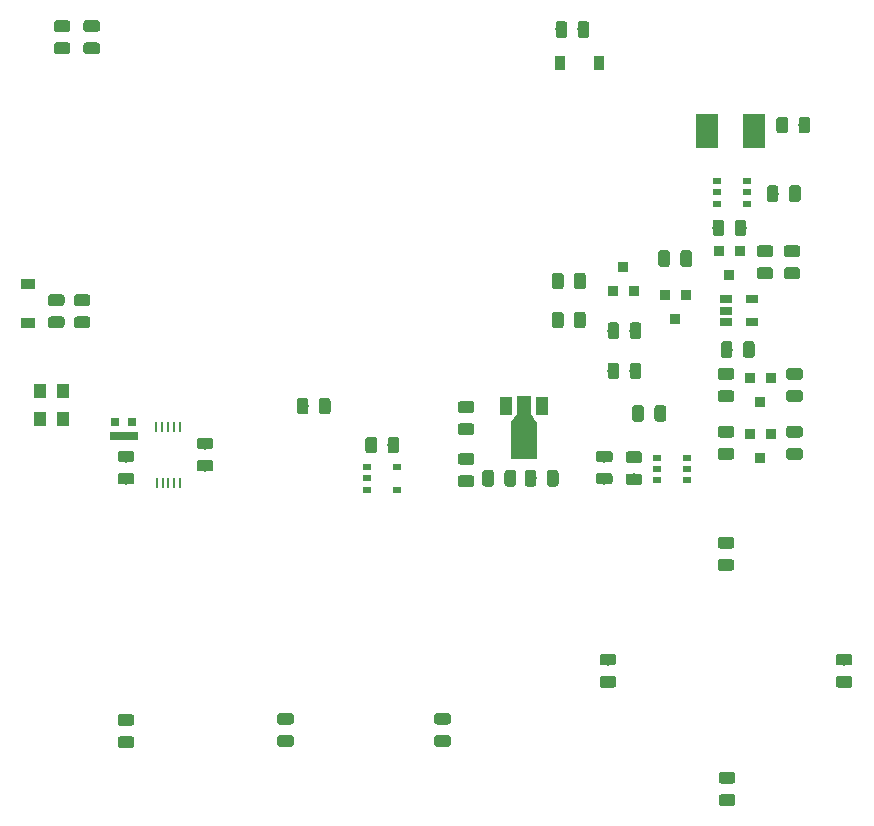
<source format=gtp>
G04 #@! TF.GenerationSoftware,KiCad,Pcbnew,5.1.4-e60b266~84~ubuntu18.04.1*
G04 #@! TF.CreationDate,2019-09-19T09:23:29-07:00*
G04 #@! TF.ProjectId,OpenBeacon2,4f70656e-4265-4616-936f-6e322e6b6963,B*
G04 #@! TF.SameCoordinates,Original*
G04 #@! TF.FileFunction,Paste,Top*
G04 #@! TF.FilePolarity,Positive*
%FSLAX46Y46*%
G04 Gerber Fmt 4.6, Leading zero omitted, Abs format (unit mm)*
G04 Created by KiCad (PCBNEW 5.1.4-e60b266~84~ubuntu18.04.1) date 2019-09-19 09:23:29*
%MOMM*%
%LPD*%
G04 APERTURE LIST*
%ADD10R,1.000760X1.501140*%
%ADD11C,1.000000*%
%ADD12C,0.100000*%
%ADD13R,1.900000X3.000000*%
%ADD14C,0.975000*%
%ADD15R,1.200000X0.900000*%
%ADD16R,0.900000X1.200000*%
%ADD17R,2.400000X0.700000*%
%ADD18R,0.800000X0.700000*%
%ADD19R,0.914400X0.914400*%
%ADD20R,1.060000X0.650000*%
%ADD21R,0.762000X0.508000*%
%ADD22R,1.100000X1.300000*%
%ADD23R,0.200000X0.880000*%
G04 APERTURE END LIST*
D10*
X145298860Y-92548340D03*
X148301140Y-92548340D03*
D11*
X146800000Y-92600000D03*
D12*
G36*
X145785368Y-97073559D02*
G01*
X145771299Y-97069291D01*
X145758332Y-97062360D01*
X145746967Y-97053033D01*
X145737640Y-97041668D01*
X145730709Y-97028701D01*
X145726441Y-97014632D01*
X145725000Y-97000000D01*
X145725000Y-94000000D01*
X145726441Y-93985368D01*
X145730709Y-93971299D01*
X145738970Y-93956407D01*
X146225000Y-93275965D01*
X146225000Y-91800000D01*
X146226441Y-91785368D01*
X146230709Y-91771299D01*
X146237640Y-91758332D01*
X146246967Y-91746967D01*
X146258332Y-91737640D01*
X146271299Y-91730709D01*
X146285368Y-91726441D01*
X146300000Y-91725000D01*
X147300000Y-91725000D01*
X147314632Y-91726441D01*
X147328701Y-91730709D01*
X147341668Y-91737640D01*
X147353033Y-91746967D01*
X147362360Y-91758332D01*
X147369291Y-91771299D01*
X147373559Y-91785368D01*
X147375000Y-91800000D01*
X147375000Y-93275965D01*
X147861030Y-93956407D01*
X147868362Y-93969151D01*
X147873067Y-93983081D01*
X147875000Y-94000000D01*
X147875000Y-97000000D01*
X147873559Y-97014632D01*
X147869291Y-97028701D01*
X147862360Y-97041668D01*
X147853033Y-97053033D01*
X147841668Y-97062360D01*
X147828701Y-97069291D01*
X147814632Y-97073559D01*
X147800000Y-97075000D01*
X145800000Y-97075000D01*
X145785368Y-97073559D01*
X145785368Y-97073559D01*
G37*
D13*
X166300000Y-69300000D03*
X162300000Y-69300000D03*
D12*
G36*
X170805142Y-68101174D02*
G01*
X170828803Y-68104684D01*
X170852007Y-68110496D01*
X170874529Y-68118554D01*
X170896153Y-68128782D01*
X170916670Y-68141079D01*
X170935883Y-68155329D01*
X170953607Y-68171393D01*
X170969671Y-68189117D01*
X170983921Y-68208330D01*
X170996218Y-68228847D01*
X171006446Y-68250471D01*
X171014504Y-68272993D01*
X171020316Y-68296197D01*
X171023826Y-68319858D01*
X171025000Y-68343750D01*
X171025000Y-69256250D01*
X171023826Y-69280142D01*
X171020316Y-69303803D01*
X171014504Y-69327007D01*
X171006446Y-69349529D01*
X170996218Y-69371153D01*
X170983921Y-69391670D01*
X170969671Y-69410883D01*
X170953607Y-69428607D01*
X170935883Y-69444671D01*
X170916670Y-69458921D01*
X170896153Y-69471218D01*
X170874529Y-69481446D01*
X170852007Y-69489504D01*
X170828803Y-69495316D01*
X170805142Y-69498826D01*
X170781250Y-69500000D01*
X170293750Y-69500000D01*
X170269858Y-69498826D01*
X170246197Y-69495316D01*
X170222993Y-69489504D01*
X170200471Y-69481446D01*
X170178847Y-69471218D01*
X170158330Y-69458921D01*
X170139117Y-69444671D01*
X170121393Y-69428607D01*
X170105329Y-69410883D01*
X170091079Y-69391670D01*
X170078782Y-69371153D01*
X170068554Y-69349529D01*
X170060496Y-69327007D01*
X170054684Y-69303803D01*
X170051174Y-69280142D01*
X170050000Y-69256250D01*
X170050000Y-68343750D01*
X170051174Y-68319858D01*
X170054684Y-68296197D01*
X170060496Y-68272993D01*
X170068554Y-68250471D01*
X170078782Y-68228847D01*
X170091079Y-68208330D01*
X170105329Y-68189117D01*
X170121393Y-68171393D01*
X170139117Y-68155329D01*
X170158330Y-68141079D01*
X170178847Y-68128782D01*
X170200471Y-68118554D01*
X170222993Y-68110496D01*
X170246197Y-68104684D01*
X170269858Y-68101174D01*
X170293750Y-68100000D01*
X170781250Y-68100000D01*
X170805142Y-68101174D01*
X170805142Y-68101174D01*
G37*
D14*
X170537500Y-68800000D03*
D12*
G36*
X168930142Y-68101174D02*
G01*
X168953803Y-68104684D01*
X168977007Y-68110496D01*
X168999529Y-68118554D01*
X169021153Y-68128782D01*
X169041670Y-68141079D01*
X169060883Y-68155329D01*
X169078607Y-68171393D01*
X169094671Y-68189117D01*
X169108921Y-68208330D01*
X169121218Y-68228847D01*
X169131446Y-68250471D01*
X169139504Y-68272993D01*
X169145316Y-68296197D01*
X169148826Y-68319858D01*
X169150000Y-68343750D01*
X169150000Y-69256250D01*
X169148826Y-69280142D01*
X169145316Y-69303803D01*
X169139504Y-69327007D01*
X169131446Y-69349529D01*
X169121218Y-69371153D01*
X169108921Y-69391670D01*
X169094671Y-69410883D01*
X169078607Y-69428607D01*
X169060883Y-69444671D01*
X169041670Y-69458921D01*
X169021153Y-69471218D01*
X168999529Y-69481446D01*
X168977007Y-69489504D01*
X168953803Y-69495316D01*
X168930142Y-69498826D01*
X168906250Y-69500000D01*
X168418750Y-69500000D01*
X168394858Y-69498826D01*
X168371197Y-69495316D01*
X168347993Y-69489504D01*
X168325471Y-69481446D01*
X168303847Y-69471218D01*
X168283330Y-69458921D01*
X168264117Y-69444671D01*
X168246393Y-69428607D01*
X168230329Y-69410883D01*
X168216079Y-69391670D01*
X168203782Y-69371153D01*
X168193554Y-69349529D01*
X168185496Y-69327007D01*
X168179684Y-69303803D01*
X168176174Y-69280142D01*
X168175000Y-69256250D01*
X168175000Y-68343750D01*
X168176174Y-68319858D01*
X168179684Y-68296197D01*
X168185496Y-68272993D01*
X168193554Y-68250471D01*
X168203782Y-68228847D01*
X168216079Y-68208330D01*
X168230329Y-68189117D01*
X168246393Y-68171393D01*
X168264117Y-68155329D01*
X168283330Y-68141079D01*
X168303847Y-68128782D01*
X168325471Y-68118554D01*
X168347993Y-68110496D01*
X168371197Y-68104684D01*
X168394858Y-68101174D01*
X168418750Y-68100000D01*
X168906250Y-68100000D01*
X168930142Y-68101174D01*
X168930142Y-68101174D01*
G37*
D14*
X168662500Y-68800000D03*
D12*
G36*
X170005142Y-73901174D02*
G01*
X170028803Y-73904684D01*
X170052007Y-73910496D01*
X170074529Y-73918554D01*
X170096153Y-73928782D01*
X170116670Y-73941079D01*
X170135883Y-73955329D01*
X170153607Y-73971393D01*
X170169671Y-73989117D01*
X170183921Y-74008330D01*
X170196218Y-74028847D01*
X170206446Y-74050471D01*
X170214504Y-74072993D01*
X170220316Y-74096197D01*
X170223826Y-74119858D01*
X170225000Y-74143750D01*
X170225000Y-75056250D01*
X170223826Y-75080142D01*
X170220316Y-75103803D01*
X170214504Y-75127007D01*
X170206446Y-75149529D01*
X170196218Y-75171153D01*
X170183921Y-75191670D01*
X170169671Y-75210883D01*
X170153607Y-75228607D01*
X170135883Y-75244671D01*
X170116670Y-75258921D01*
X170096153Y-75271218D01*
X170074529Y-75281446D01*
X170052007Y-75289504D01*
X170028803Y-75295316D01*
X170005142Y-75298826D01*
X169981250Y-75300000D01*
X169493750Y-75300000D01*
X169469858Y-75298826D01*
X169446197Y-75295316D01*
X169422993Y-75289504D01*
X169400471Y-75281446D01*
X169378847Y-75271218D01*
X169358330Y-75258921D01*
X169339117Y-75244671D01*
X169321393Y-75228607D01*
X169305329Y-75210883D01*
X169291079Y-75191670D01*
X169278782Y-75171153D01*
X169268554Y-75149529D01*
X169260496Y-75127007D01*
X169254684Y-75103803D01*
X169251174Y-75080142D01*
X169250000Y-75056250D01*
X169250000Y-74143750D01*
X169251174Y-74119858D01*
X169254684Y-74096197D01*
X169260496Y-74072993D01*
X169268554Y-74050471D01*
X169278782Y-74028847D01*
X169291079Y-74008330D01*
X169305329Y-73989117D01*
X169321393Y-73971393D01*
X169339117Y-73955329D01*
X169358330Y-73941079D01*
X169378847Y-73928782D01*
X169400471Y-73918554D01*
X169422993Y-73910496D01*
X169446197Y-73904684D01*
X169469858Y-73901174D01*
X169493750Y-73900000D01*
X169981250Y-73900000D01*
X170005142Y-73901174D01*
X170005142Y-73901174D01*
G37*
D14*
X169737500Y-74600000D03*
D12*
G36*
X168130142Y-73901174D02*
G01*
X168153803Y-73904684D01*
X168177007Y-73910496D01*
X168199529Y-73918554D01*
X168221153Y-73928782D01*
X168241670Y-73941079D01*
X168260883Y-73955329D01*
X168278607Y-73971393D01*
X168294671Y-73989117D01*
X168308921Y-74008330D01*
X168321218Y-74028847D01*
X168331446Y-74050471D01*
X168339504Y-74072993D01*
X168345316Y-74096197D01*
X168348826Y-74119858D01*
X168350000Y-74143750D01*
X168350000Y-75056250D01*
X168348826Y-75080142D01*
X168345316Y-75103803D01*
X168339504Y-75127007D01*
X168331446Y-75149529D01*
X168321218Y-75171153D01*
X168308921Y-75191670D01*
X168294671Y-75210883D01*
X168278607Y-75228607D01*
X168260883Y-75244671D01*
X168241670Y-75258921D01*
X168221153Y-75271218D01*
X168199529Y-75281446D01*
X168177007Y-75289504D01*
X168153803Y-75295316D01*
X168130142Y-75298826D01*
X168106250Y-75300000D01*
X167618750Y-75300000D01*
X167594858Y-75298826D01*
X167571197Y-75295316D01*
X167547993Y-75289504D01*
X167525471Y-75281446D01*
X167503847Y-75271218D01*
X167483330Y-75258921D01*
X167464117Y-75244671D01*
X167446393Y-75228607D01*
X167430329Y-75210883D01*
X167416079Y-75191670D01*
X167403782Y-75171153D01*
X167393554Y-75149529D01*
X167385496Y-75127007D01*
X167379684Y-75103803D01*
X167376174Y-75080142D01*
X167375000Y-75056250D01*
X167375000Y-74143750D01*
X167376174Y-74119858D01*
X167379684Y-74096197D01*
X167385496Y-74072993D01*
X167393554Y-74050471D01*
X167403782Y-74028847D01*
X167416079Y-74008330D01*
X167430329Y-73989117D01*
X167446393Y-73971393D01*
X167464117Y-73955329D01*
X167483330Y-73941079D01*
X167503847Y-73928782D01*
X167525471Y-73918554D01*
X167547993Y-73910496D01*
X167571197Y-73904684D01*
X167594858Y-73901174D01*
X167618750Y-73900000D01*
X168106250Y-73900000D01*
X168130142Y-73901174D01*
X168130142Y-73901174D01*
G37*
D14*
X167862500Y-74600000D03*
D12*
G36*
X169980142Y-78976174D02*
G01*
X170003803Y-78979684D01*
X170027007Y-78985496D01*
X170049529Y-78993554D01*
X170071153Y-79003782D01*
X170091670Y-79016079D01*
X170110883Y-79030329D01*
X170128607Y-79046393D01*
X170144671Y-79064117D01*
X170158921Y-79083330D01*
X170171218Y-79103847D01*
X170181446Y-79125471D01*
X170189504Y-79147993D01*
X170195316Y-79171197D01*
X170198826Y-79194858D01*
X170200000Y-79218750D01*
X170200000Y-79706250D01*
X170198826Y-79730142D01*
X170195316Y-79753803D01*
X170189504Y-79777007D01*
X170181446Y-79799529D01*
X170171218Y-79821153D01*
X170158921Y-79841670D01*
X170144671Y-79860883D01*
X170128607Y-79878607D01*
X170110883Y-79894671D01*
X170091670Y-79908921D01*
X170071153Y-79921218D01*
X170049529Y-79931446D01*
X170027007Y-79939504D01*
X170003803Y-79945316D01*
X169980142Y-79948826D01*
X169956250Y-79950000D01*
X169043750Y-79950000D01*
X169019858Y-79948826D01*
X168996197Y-79945316D01*
X168972993Y-79939504D01*
X168950471Y-79931446D01*
X168928847Y-79921218D01*
X168908330Y-79908921D01*
X168889117Y-79894671D01*
X168871393Y-79878607D01*
X168855329Y-79860883D01*
X168841079Y-79841670D01*
X168828782Y-79821153D01*
X168818554Y-79799529D01*
X168810496Y-79777007D01*
X168804684Y-79753803D01*
X168801174Y-79730142D01*
X168800000Y-79706250D01*
X168800000Y-79218750D01*
X168801174Y-79194858D01*
X168804684Y-79171197D01*
X168810496Y-79147993D01*
X168818554Y-79125471D01*
X168828782Y-79103847D01*
X168841079Y-79083330D01*
X168855329Y-79064117D01*
X168871393Y-79046393D01*
X168889117Y-79030329D01*
X168908330Y-79016079D01*
X168928847Y-79003782D01*
X168950471Y-78993554D01*
X168972993Y-78985496D01*
X168996197Y-78979684D01*
X169019858Y-78976174D01*
X169043750Y-78975000D01*
X169956250Y-78975000D01*
X169980142Y-78976174D01*
X169980142Y-78976174D01*
G37*
D14*
X169500000Y-79462500D03*
D12*
G36*
X169980142Y-80851174D02*
G01*
X170003803Y-80854684D01*
X170027007Y-80860496D01*
X170049529Y-80868554D01*
X170071153Y-80878782D01*
X170091670Y-80891079D01*
X170110883Y-80905329D01*
X170128607Y-80921393D01*
X170144671Y-80939117D01*
X170158921Y-80958330D01*
X170171218Y-80978847D01*
X170181446Y-81000471D01*
X170189504Y-81022993D01*
X170195316Y-81046197D01*
X170198826Y-81069858D01*
X170200000Y-81093750D01*
X170200000Y-81581250D01*
X170198826Y-81605142D01*
X170195316Y-81628803D01*
X170189504Y-81652007D01*
X170181446Y-81674529D01*
X170171218Y-81696153D01*
X170158921Y-81716670D01*
X170144671Y-81735883D01*
X170128607Y-81753607D01*
X170110883Y-81769671D01*
X170091670Y-81783921D01*
X170071153Y-81796218D01*
X170049529Y-81806446D01*
X170027007Y-81814504D01*
X170003803Y-81820316D01*
X169980142Y-81823826D01*
X169956250Y-81825000D01*
X169043750Y-81825000D01*
X169019858Y-81823826D01*
X168996197Y-81820316D01*
X168972993Y-81814504D01*
X168950471Y-81806446D01*
X168928847Y-81796218D01*
X168908330Y-81783921D01*
X168889117Y-81769671D01*
X168871393Y-81753607D01*
X168855329Y-81735883D01*
X168841079Y-81716670D01*
X168828782Y-81696153D01*
X168818554Y-81674529D01*
X168810496Y-81652007D01*
X168804684Y-81628803D01*
X168801174Y-81605142D01*
X168800000Y-81581250D01*
X168800000Y-81093750D01*
X168801174Y-81069858D01*
X168804684Y-81046197D01*
X168810496Y-81022993D01*
X168818554Y-81000471D01*
X168828782Y-80978847D01*
X168841079Y-80958330D01*
X168855329Y-80939117D01*
X168871393Y-80921393D01*
X168889117Y-80905329D01*
X168908330Y-80891079D01*
X168928847Y-80878782D01*
X168950471Y-80868554D01*
X168972993Y-80860496D01*
X168996197Y-80854684D01*
X169019858Y-80851174D01*
X169043750Y-80850000D01*
X169956250Y-80850000D01*
X169980142Y-80851174D01*
X169980142Y-80851174D01*
G37*
D14*
X169500000Y-81337500D03*
D12*
G36*
X144030142Y-98001174D02*
G01*
X144053803Y-98004684D01*
X144077007Y-98010496D01*
X144099529Y-98018554D01*
X144121153Y-98028782D01*
X144141670Y-98041079D01*
X144160883Y-98055329D01*
X144178607Y-98071393D01*
X144194671Y-98089117D01*
X144208921Y-98108330D01*
X144221218Y-98128847D01*
X144231446Y-98150471D01*
X144239504Y-98172993D01*
X144245316Y-98196197D01*
X144248826Y-98219858D01*
X144250000Y-98243750D01*
X144250000Y-99156250D01*
X144248826Y-99180142D01*
X144245316Y-99203803D01*
X144239504Y-99227007D01*
X144231446Y-99249529D01*
X144221218Y-99271153D01*
X144208921Y-99291670D01*
X144194671Y-99310883D01*
X144178607Y-99328607D01*
X144160883Y-99344671D01*
X144141670Y-99358921D01*
X144121153Y-99371218D01*
X144099529Y-99381446D01*
X144077007Y-99389504D01*
X144053803Y-99395316D01*
X144030142Y-99398826D01*
X144006250Y-99400000D01*
X143518750Y-99400000D01*
X143494858Y-99398826D01*
X143471197Y-99395316D01*
X143447993Y-99389504D01*
X143425471Y-99381446D01*
X143403847Y-99371218D01*
X143383330Y-99358921D01*
X143364117Y-99344671D01*
X143346393Y-99328607D01*
X143330329Y-99310883D01*
X143316079Y-99291670D01*
X143303782Y-99271153D01*
X143293554Y-99249529D01*
X143285496Y-99227007D01*
X143279684Y-99203803D01*
X143276174Y-99180142D01*
X143275000Y-99156250D01*
X143275000Y-98243750D01*
X143276174Y-98219858D01*
X143279684Y-98196197D01*
X143285496Y-98172993D01*
X143293554Y-98150471D01*
X143303782Y-98128847D01*
X143316079Y-98108330D01*
X143330329Y-98089117D01*
X143346393Y-98071393D01*
X143364117Y-98055329D01*
X143383330Y-98041079D01*
X143403847Y-98028782D01*
X143425471Y-98018554D01*
X143447993Y-98010496D01*
X143471197Y-98004684D01*
X143494858Y-98001174D01*
X143518750Y-98000000D01*
X144006250Y-98000000D01*
X144030142Y-98001174D01*
X144030142Y-98001174D01*
G37*
D14*
X143762500Y-98700000D03*
D12*
G36*
X145905142Y-98001174D02*
G01*
X145928803Y-98004684D01*
X145952007Y-98010496D01*
X145974529Y-98018554D01*
X145996153Y-98028782D01*
X146016670Y-98041079D01*
X146035883Y-98055329D01*
X146053607Y-98071393D01*
X146069671Y-98089117D01*
X146083921Y-98108330D01*
X146096218Y-98128847D01*
X146106446Y-98150471D01*
X146114504Y-98172993D01*
X146120316Y-98196197D01*
X146123826Y-98219858D01*
X146125000Y-98243750D01*
X146125000Y-99156250D01*
X146123826Y-99180142D01*
X146120316Y-99203803D01*
X146114504Y-99227007D01*
X146106446Y-99249529D01*
X146096218Y-99271153D01*
X146083921Y-99291670D01*
X146069671Y-99310883D01*
X146053607Y-99328607D01*
X146035883Y-99344671D01*
X146016670Y-99358921D01*
X145996153Y-99371218D01*
X145974529Y-99381446D01*
X145952007Y-99389504D01*
X145928803Y-99395316D01*
X145905142Y-99398826D01*
X145881250Y-99400000D01*
X145393750Y-99400000D01*
X145369858Y-99398826D01*
X145346197Y-99395316D01*
X145322993Y-99389504D01*
X145300471Y-99381446D01*
X145278847Y-99371218D01*
X145258330Y-99358921D01*
X145239117Y-99344671D01*
X145221393Y-99328607D01*
X145205329Y-99310883D01*
X145191079Y-99291670D01*
X145178782Y-99271153D01*
X145168554Y-99249529D01*
X145160496Y-99227007D01*
X145154684Y-99203803D01*
X145151174Y-99180142D01*
X145150000Y-99156250D01*
X145150000Y-98243750D01*
X145151174Y-98219858D01*
X145154684Y-98196197D01*
X145160496Y-98172993D01*
X145168554Y-98150471D01*
X145178782Y-98128847D01*
X145191079Y-98108330D01*
X145205329Y-98089117D01*
X145221393Y-98071393D01*
X145239117Y-98055329D01*
X145258330Y-98041079D01*
X145278847Y-98028782D01*
X145300471Y-98018554D01*
X145322993Y-98010496D01*
X145346197Y-98004684D01*
X145369858Y-98001174D01*
X145393750Y-98000000D01*
X145881250Y-98000000D01*
X145905142Y-98001174D01*
X145905142Y-98001174D01*
G37*
D14*
X145637500Y-98700000D03*
D12*
G36*
X113580142Y-96376174D02*
G01*
X113603803Y-96379684D01*
X113627007Y-96385496D01*
X113649529Y-96393554D01*
X113671153Y-96403782D01*
X113691670Y-96416079D01*
X113710883Y-96430329D01*
X113728607Y-96446393D01*
X113744671Y-96464117D01*
X113758921Y-96483330D01*
X113771218Y-96503847D01*
X113781446Y-96525471D01*
X113789504Y-96547993D01*
X113795316Y-96571197D01*
X113798826Y-96594858D01*
X113800000Y-96618750D01*
X113800000Y-97106250D01*
X113798826Y-97130142D01*
X113795316Y-97153803D01*
X113789504Y-97177007D01*
X113781446Y-97199529D01*
X113771218Y-97221153D01*
X113758921Y-97241670D01*
X113744671Y-97260883D01*
X113728607Y-97278607D01*
X113710883Y-97294671D01*
X113691670Y-97308921D01*
X113671153Y-97321218D01*
X113649529Y-97331446D01*
X113627007Y-97339504D01*
X113603803Y-97345316D01*
X113580142Y-97348826D01*
X113556250Y-97350000D01*
X112643750Y-97350000D01*
X112619858Y-97348826D01*
X112596197Y-97345316D01*
X112572993Y-97339504D01*
X112550471Y-97331446D01*
X112528847Y-97321218D01*
X112508330Y-97308921D01*
X112489117Y-97294671D01*
X112471393Y-97278607D01*
X112455329Y-97260883D01*
X112441079Y-97241670D01*
X112428782Y-97221153D01*
X112418554Y-97199529D01*
X112410496Y-97177007D01*
X112404684Y-97153803D01*
X112401174Y-97130142D01*
X112400000Y-97106250D01*
X112400000Y-96618750D01*
X112401174Y-96594858D01*
X112404684Y-96571197D01*
X112410496Y-96547993D01*
X112418554Y-96525471D01*
X112428782Y-96503847D01*
X112441079Y-96483330D01*
X112455329Y-96464117D01*
X112471393Y-96446393D01*
X112489117Y-96430329D01*
X112508330Y-96416079D01*
X112528847Y-96403782D01*
X112550471Y-96393554D01*
X112572993Y-96385496D01*
X112596197Y-96379684D01*
X112619858Y-96376174D01*
X112643750Y-96375000D01*
X113556250Y-96375000D01*
X113580142Y-96376174D01*
X113580142Y-96376174D01*
G37*
D14*
X113100000Y-96862500D03*
D12*
G36*
X113580142Y-98251174D02*
G01*
X113603803Y-98254684D01*
X113627007Y-98260496D01*
X113649529Y-98268554D01*
X113671153Y-98278782D01*
X113691670Y-98291079D01*
X113710883Y-98305329D01*
X113728607Y-98321393D01*
X113744671Y-98339117D01*
X113758921Y-98358330D01*
X113771218Y-98378847D01*
X113781446Y-98400471D01*
X113789504Y-98422993D01*
X113795316Y-98446197D01*
X113798826Y-98469858D01*
X113800000Y-98493750D01*
X113800000Y-98981250D01*
X113798826Y-99005142D01*
X113795316Y-99028803D01*
X113789504Y-99052007D01*
X113781446Y-99074529D01*
X113771218Y-99096153D01*
X113758921Y-99116670D01*
X113744671Y-99135883D01*
X113728607Y-99153607D01*
X113710883Y-99169671D01*
X113691670Y-99183921D01*
X113671153Y-99196218D01*
X113649529Y-99206446D01*
X113627007Y-99214504D01*
X113603803Y-99220316D01*
X113580142Y-99223826D01*
X113556250Y-99225000D01*
X112643750Y-99225000D01*
X112619858Y-99223826D01*
X112596197Y-99220316D01*
X112572993Y-99214504D01*
X112550471Y-99206446D01*
X112528847Y-99196218D01*
X112508330Y-99183921D01*
X112489117Y-99169671D01*
X112471393Y-99153607D01*
X112455329Y-99135883D01*
X112441079Y-99116670D01*
X112428782Y-99096153D01*
X112418554Y-99074529D01*
X112410496Y-99052007D01*
X112404684Y-99028803D01*
X112401174Y-99005142D01*
X112400000Y-98981250D01*
X112400000Y-98493750D01*
X112401174Y-98469858D01*
X112404684Y-98446197D01*
X112410496Y-98422993D01*
X112418554Y-98400471D01*
X112428782Y-98378847D01*
X112441079Y-98358330D01*
X112455329Y-98339117D01*
X112471393Y-98321393D01*
X112489117Y-98305329D01*
X112508330Y-98291079D01*
X112528847Y-98278782D01*
X112550471Y-98268554D01*
X112572993Y-98260496D01*
X112596197Y-98254684D01*
X112619858Y-98251174D01*
X112643750Y-98250000D01*
X113556250Y-98250000D01*
X113580142Y-98251174D01*
X113580142Y-98251174D01*
G37*
D14*
X113100000Y-98737500D03*
D12*
G36*
X156505142Y-85501174D02*
G01*
X156528803Y-85504684D01*
X156552007Y-85510496D01*
X156574529Y-85518554D01*
X156596153Y-85528782D01*
X156616670Y-85541079D01*
X156635883Y-85555329D01*
X156653607Y-85571393D01*
X156669671Y-85589117D01*
X156683921Y-85608330D01*
X156696218Y-85628847D01*
X156706446Y-85650471D01*
X156714504Y-85672993D01*
X156720316Y-85696197D01*
X156723826Y-85719858D01*
X156725000Y-85743750D01*
X156725000Y-86656250D01*
X156723826Y-86680142D01*
X156720316Y-86703803D01*
X156714504Y-86727007D01*
X156706446Y-86749529D01*
X156696218Y-86771153D01*
X156683921Y-86791670D01*
X156669671Y-86810883D01*
X156653607Y-86828607D01*
X156635883Y-86844671D01*
X156616670Y-86858921D01*
X156596153Y-86871218D01*
X156574529Y-86881446D01*
X156552007Y-86889504D01*
X156528803Y-86895316D01*
X156505142Y-86898826D01*
X156481250Y-86900000D01*
X155993750Y-86900000D01*
X155969858Y-86898826D01*
X155946197Y-86895316D01*
X155922993Y-86889504D01*
X155900471Y-86881446D01*
X155878847Y-86871218D01*
X155858330Y-86858921D01*
X155839117Y-86844671D01*
X155821393Y-86828607D01*
X155805329Y-86810883D01*
X155791079Y-86791670D01*
X155778782Y-86771153D01*
X155768554Y-86749529D01*
X155760496Y-86727007D01*
X155754684Y-86703803D01*
X155751174Y-86680142D01*
X155750000Y-86656250D01*
X155750000Y-85743750D01*
X155751174Y-85719858D01*
X155754684Y-85696197D01*
X155760496Y-85672993D01*
X155768554Y-85650471D01*
X155778782Y-85628847D01*
X155791079Y-85608330D01*
X155805329Y-85589117D01*
X155821393Y-85571393D01*
X155839117Y-85555329D01*
X155858330Y-85541079D01*
X155878847Y-85528782D01*
X155900471Y-85518554D01*
X155922993Y-85510496D01*
X155946197Y-85504684D01*
X155969858Y-85501174D01*
X155993750Y-85500000D01*
X156481250Y-85500000D01*
X156505142Y-85501174D01*
X156505142Y-85501174D01*
G37*
D14*
X156237500Y-86200000D03*
D12*
G36*
X154630142Y-85501174D02*
G01*
X154653803Y-85504684D01*
X154677007Y-85510496D01*
X154699529Y-85518554D01*
X154721153Y-85528782D01*
X154741670Y-85541079D01*
X154760883Y-85555329D01*
X154778607Y-85571393D01*
X154794671Y-85589117D01*
X154808921Y-85608330D01*
X154821218Y-85628847D01*
X154831446Y-85650471D01*
X154839504Y-85672993D01*
X154845316Y-85696197D01*
X154848826Y-85719858D01*
X154850000Y-85743750D01*
X154850000Y-86656250D01*
X154848826Y-86680142D01*
X154845316Y-86703803D01*
X154839504Y-86727007D01*
X154831446Y-86749529D01*
X154821218Y-86771153D01*
X154808921Y-86791670D01*
X154794671Y-86810883D01*
X154778607Y-86828607D01*
X154760883Y-86844671D01*
X154741670Y-86858921D01*
X154721153Y-86871218D01*
X154699529Y-86881446D01*
X154677007Y-86889504D01*
X154653803Y-86895316D01*
X154630142Y-86898826D01*
X154606250Y-86900000D01*
X154118750Y-86900000D01*
X154094858Y-86898826D01*
X154071197Y-86895316D01*
X154047993Y-86889504D01*
X154025471Y-86881446D01*
X154003847Y-86871218D01*
X153983330Y-86858921D01*
X153964117Y-86844671D01*
X153946393Y-86828607D01*
X153930329Y-86810883D01*
X153916079Y-86791670D01*
X153903782Y-86771153D01*
X153893554Y-86749529D01*
X153885496Y-86727007D01*
X153879684Y-86703803D01*
X153876174Y-86680142D01*
X153875000Y-86656250D01*
X153875000Y-85743750D01*
X153876174Y-85719858D01*
X153879684Y-85696197D01*
X153885496Y-85672993D01*
X153893554Y-85650471D01*
X153903782Y-85628847D01*
X153916079Y-85608330D01*
X153930329Y-85589117D01*
X153946393Y-85571393D01*
X153964117Y-85555329D01*
X153983330Y-85541079D01*
X154003847Y-85528782D01*
X154025471Y-85518554D01*
X154047993Y-85510496D01*
X154071197Y-85504684D01*
X154094858Y-85501174D01*
X154118750Y-85500000D01*
X154606250Y-85500000D01*
X154630142Y-85501174D01*
X154630142Y-85501174D01*
G37*
D14*
X154362500Y-86200000D03*
D12*
G36*
X142380142Y-94051174D02*
G01*
X142403803Y-94054684D01*
X142427007Y-94060496D01*
X142449529Y-94068554D01*
X142471153Y-94078782D01*
X142491670Y-94091079D01*
X142510883Y-94105329D01*
X142528607Y-94121393D01*
X142544671Y-94139117D01*
X142558921Y-94158330D01*
X142571218Y-94178847D01*
X142581446Y-94200471D01*
X142589504Y-94222993D01*
X142595316Y-94246197D01*
X142598826Y-94269858D01*
X142600000Y-94293750D01*
X142600000Y-94781250D01*
X142598826Y-94805142D01*
X142595316Y-94828803D01*
X142589504Y-94852007D01*
X142581446Y-94874529D01*
X142571218Y-94896153D01*
X142558921Y-94916670D01*
X142544671Y-94935883D01*
X142528607Y-94953607D01*
X142510883Y-94969671D01*
X142491670Y-94983921D01*
X142471153Y-94996218D01*
X142449529Y-95006446D01*
X142427007Y-95014504D01*
X142403803Y-95020316D01*
X142380142Y-95023826D01*
X142356250Y-95025000D01*
X141443750Y-95025000D01*
X141419858Y-95023826D01*
X141396197Y-95020316D01*
X141372993Y-95014504D01*
X141350471Y-95006446D01*
X141328847Y-94996218D01*
X141308330Y-94983921D01*
X141289117Y-94969671D01*
X141271393Y-94953607D01*
X141255329Y-94935883D01*
X141241079Y-94916670D01*
X141228782Y-94896153D01*
X141218554Y-94874529D01*
X141210496Y-94852007D01*
X141204684Y-94828803D01*
X141201174Y-94805142D01*
X141200000Y-94781250D01*
X141200000Y-94293750D01*
X141201174Y-94269858D01*
X141204684Y-94246197D01*
X141210496Y-94222993D01*
X141218554Y-94200471D01*
X141228782Y-94178847D01*
X141241079Y-94158330D01*
X141255329Y-94139117D01*
X141271393Y-94121393D01*
X141289117Y-94105329D01*
X141308330Y-94091079D01*
X141328847Y-94078782D01*
X141350471Y-94068554D01*
X141372993Y-94060496D01*
X141396197Y-94054684D01*
X141419858Y-94051174D01*
X141443750Y-94050000D01*
X142356250Y-94050000D01*
X142380142Y-94051174D01*
X142380142Y-94051174D01*
G37*
D14*
X141900000Y-94537500D03*
D12*
G36*
X142380142Y-92176174D02*
G01*
X142403803Y-92179684D01*
X142427007Y-92185496D01*
X142449529Y-92193554D01*
X142471153Y-92203782D01*
X142491670Y-92216079D01*
X142510883Y-92230329D01*
X142528607Y-92246393D01*
X142544671Y-92264117D01*
X142558921Y-92283330D01*
X142571218Y-92303847D01*
X142581446Y-92325471D01*
X142589504Y-92347993D01*
X142595316Y-92371197D01*
X142598826Y-92394858D01*
X142600000Y-92418750D01*
X142600000Y-92906250D01*
X142598826Y-92930142D01*
X142595316Y-92953803D01*
X142589504Y-92977007D01*
X142581446Y-92999529D01*
X142571218Y-93021153D01*
X142558921Y-93041670D01*
X142544671Y-93060883D01*
X142528607Y-93078607D01*
X142510883Y-93094671D01*
X142491670Y-93108921D01*
X142471153Y-93121218D01*
X142449529Y-93131446D01*
X142427007Y-93139504D01*
X142403803Y-93145316D01*
X142380142Y-93148826D01*
X142356250Y-93150000D01*
X141443750Y-93150000D01*
X141419858Y-93148826D01*
X141396197Y-93145316D01*
X141372993Y-93139504D01*
X141350471Y-93131446D01*
X141328847Y-93121218D01*
X141308330Y-93108921D01*
X141289117Y-93094671D01*
X141271393Y-93078607D01*
X141255329Y-93060883D01*
X141241079Y-93041670D01*
X141228782Y-93021153D01*
X141218554Y-92999529D01*
X141210496Y-92977007D01*
X141204684Y-92953803D01*
X141201174Y-92930142D01*
X141200000Y-92906250D01*
X141200000Y-92418750D01*
X141201174Y-92394858D01*
X141204684Y-92371197D01*
X141210496Y-92347993D01*
X141218554Y-92325471D01*
X141228782Y-92303847D01*
X141241079Y-92283330D01*
X141255329Y-92264117D01*
X141271393Y-92246393D01*
X141289117Y-92230329D01*
X141308330Y-92216079D01*
X141328847Y-92203782D01*
X141350471Y-92193554D01*
X141372993Y-92185496D01*
X141396197Y-92179684D01*
X141419858Y-92176174D01*
X141443750Y-92175000D01*
X142356250Y-92175000D01*
X142380142Y-92176174D01*
X142380142Y-92176174D01*
G37*
D14*
X141900000Y-92662500D03*
D12*
G36*
X154080142Y-98251174D02*
G01*
X154103803Y-98254684D01*
X154127007Y-98260496D01*
X154149529Y-98268554D01*
X154171153Y-98278782D01*
X154191670Y-98291079D01*
X154210883Y-98305329D01*
X154228607Y-98321393D01*
X154244671Y-98339117D01*
X154258921Y-98358330D01*
X154271218Y-98378847D01*
X154281446Y-98400471D01*
X154289504Y-98422993D01*
X154295316Y-98446197D01*
X154298826Y-98469858D01*
X154300000Y-98493750D01*
X154300000Y-98981250D01*
X154298826Y-99005142D01*
X154295316Y-99028803D01*
X154289504Y-99052007D01*
X154281446Y-99074529D01*
X154271218Y-99096153D01*
X154258921Y-99116670D01*
X154244671Y-99135883D01*
X154228607Y-99153607D01*
X154210883Y-99169671D01*
X154191670Y-99183921D01*
X154171153Y-99196218D01*
X154149529Y-99206446D01*
X154127007Y-99214504D01*
X154103803Y-99220316D01*
X154080142Y-99223826D01*
X154056250Y-99225000D01*
X153143750Y-99225000D01*
X153119858Y-99223826D01*
X153096197Y-99220316D01*
X153072993Y-99214504D01*
X153050471Y-99206446D01*
X153028847Y-99196218D01*
X153008330Y-99183921D01*
X152989117Y-99169671D01*
X152971393Y-99153607D01*
X152955329Y-99135883D01*
X152941079Y-99116670D01*
X152928782Y-99096153D01*
X152918554Y-99074529D01*
X152910496Y-99052007D01*
X152904684Y-99028803D01*
X152901174Y-99005142D01*
X152900000Y-98981250D01*
X152900000Y-98493750D01*
X152901174Y-98469858D01*
X152904684Y-98446197D01*
X152910496Y-98422993D01*
X152918554Y-98400471D01*
X152928782Y-98378847D01*
X152941079Y-98358330D01*
X152955329Y-98339117D01*
X152971393Y-98321393D01*
X152989117Y-98305329D01*
X153008330Y-98291079D01*
X153028847Y-98278782D01*
X153050471Y-98268554D01*
X153072993Y-98260496D01*
X153096197Y-98254684D01*
X153119858Y-98251174D01*
X153143750Y-98250000D01*
X154056250Y-98250000D01*
X154080142Y-98251174D01*
X154080142Y-98251174D01*
G37*
D14*
X153600000Y-98737500D03*
D12*
G36*
X154080142Y-96376174D02*
G01*
X154103803Y-96379684D01*
X154127007Y-96385496D01*
X154149529Y-96393554D01*
X154171153Y-96403782D01*
X154191670Y-96416079D01*
X154210883Y-96430329D01*
X154228607Y-96446393D01*
X154244671Y-96464117D01*
X154258921Y-96483330D01*
X154271218Y-96503847D01*
X154281446Y-96525471D01*
X154289504Y-96547993D01*
X154295316Y-96571197D01*
X154298826Y-96594858D01*
X154300000Y-96618750D01*
X154300000Y-97106250D01*
X154298826Y-97130142D01*
X154295316Y-97153803D01*
X154289504Y-97177007D01*
X154281446Y-97199529D01*
X154271218Y-97221153D01*
X154258921Y-97241670D01*
X154244671Y-97260883D01*
X154228607Y-97278607D01*
X154210883Y-97294671D01*
X154191670Y-97308921D01*
X154171153Y-97321218D01*
X154149529Y-97331446D01*
X154127007Y-97339504D01*
X154103803Y-97345316D01*
X154080142Y-97348826D01*
X154056250Y-97350000D01*
X153143750Y-97350000D01*
X153119858Y-97348826D01*
X153096197Y-97345316D01*
X153072993Y-97339504D01*
X153050471Y-97331446D01*
X153028847Y-97321218D01*
X153008330Y-97308921D01*
X152989117Y-97294671D01*
X152971393Y-97278607D01*
X152955329Y-97260883D01*
X152941079Y-97241670D01*
X152928782Y-97221153D01*
X152918554Y-97199529D01*
X152910496Y-97177007D01*
X152904684Y-97153803D01*
X152901174Y-97130142D01*
X152900000Y-97106250D01*
X152900000Y-96618750D01*
X152901174Y-96594858D01*
X152904684Y-96571197D01*
X152910496Y-96547993D01*
X152918554Y-96525471D01*
X152928782Y-96503847D01*
X152941079Y-96483330D01*
X152955329Y-96464117D01*
X152971393Y-96446393D01*
X152989117Y-96430329D01*
X153008330Y-96416079D01*
X153028847Y-96403782D01*
X153050471Y-96393554D01*
X153072993Y-96385496D01*
X153096197Y-96379684D01*
X153119858Y-96376174D01*
X153143750Y-96375000D01*
X154056250Y-96375000D01*
X154080142Y-96376174D01*
X154080142Y-96376174D01*
G37*
D14*
X153600000Y-96862500D03*
D12*
G36*
X156580142Y-96426174D02*
G01*
X156603803Y-96429684D01*
X156627007Y-96435496D01*
X156649529Y-96443554D01*
X156671153Y-96453782D01*
X156691670Y-96466079D01*
X156710883Y-96480329D01*
X156728607Y-96496393D01*
X156744671Y-96514117D01*
X156758921Y-96533330D01*
X156771218Y-96553847D01*
X156781446Y-96575471D01*
X156789504Y-96597993D01*
X156795316Y-96621197D01*
X156798826Y-96644858D01*
X156800000Y-96668750D01*
X156800000Y-97156250D01*
X156798826Y-97180142D01*
X156795316Y-97203803D01*
X156789504Y-97227007D01*
X156781446Y-97249529D01*
X156771218Y-97271153D01*
X156758921Y-97291670D01*
X156744671Y-97310883D01*
X156728607Y-97328607D01*
X156710883Y-97344671D01*
X156691670Y-97358921D01*
X156671153Y-97371218D01*
X156649529Y-97381446D01*
X156627007Y-97389504D01*
X156603803Y-97395316D01*
X156580142Y-97398826D01*
X156556250Y-97400000D01*
X155643750Y-97400000D01*
X155619858Y-97398826D01*
X155596197Y-97395316D01*
X155572993Y-97389504D01*
X155550471Y-97381446D01*
X155528847Y-97371218D01*
X155508330Y-97358921D01*
X155489117Y-97344671D01*
X155471393Y-97328607D01*
X155455329Y-97310883D01*
X155441079Y-97291670D01*
X155428782Y-97271153D01*
X155418554Y-97249529D01*
X155410496Y-97227007D01*
X155404684Y-97203803D01*
X155401174Y-97180142D01*
X155400000Y-97156250D01*
X155400000Y-96668750D01*
X155401174Y-96644858D01*
X155404684Y-96621197D01*
X155410496Y-96597993D01*
X155418554Y-96575471D01*
X155428782Y-96553847D01*
X155441079Y-96533330D01*
X155455329Y-96514117D01*
X155471393Y-96496393D01*
X155489117Y-96480329D01*
X155508330Y-96466079D01*
X155528847Y-96453782D01*
X155550471Y-96443554D01*
X155572993Y-96435496D01*
X155596197Y-96429684D01*
X155619858Y-96426174D01*
X155643750Y-96425000D01*
X156556250Y-96425000D01*
X156580142Y-96426174D01*
X156580142Y-96426174D01*
G37*
D14*
X156100000Y-96912500D03*
D12*
G36*
X156580142Y-98301174D02*
G01*
X156603803Y-98304684D01*
X156627007Y-98310496D01*
X156649529Y-98318554D01*
X156671153Y-98328782D01*
X156691670Y-98341079D01*
X156710883Y-98355329D01*
X156728607Y-98371393D01*
X156744671Y-98389117D01*
X156758921Y-98408330D01*
X156771218Y-98428847D01*
X156781446Y-98450471D01*
X156789504Y-98472993D01*
X156795316Y-98496197D01*
X156798826Y-98519858D01*
X156800000Y-98543750D01*
X156800000Y-99031250D01*
X156798826Y-99055142D01*
X156795316Y-99078803D01*
X156789504Y-99102007D01*
X156781446Y-99124529D01*
X156771218Y-99146153D01*
X156758921Y-99166670D01*
X156744671Y-99185883D01*
X156728607Y-99203607D01*
X156710883Y-99219671D01*
X156691670Y-99233921D01*
X156671153Y-99246218D01*
X156649529Y-99256446D01*
X156627007Y-99264504D01*
X156603803Y-99270316D01*
X156580142Y-99273826D01*
X156556250Y-99275000D01*
X155643750Y-99275000D01*
X155619858Y-99273826D01*
X155596197Y-99270316D01*
X155572993Y-99264504D01*
X155550471Y-99256446D01*
X155528847Y-99246218D01*
X155508330Y-99233921D01*
X155489117Y-99219671D01*
X155471393Y-99203607D01*
X155455329Y-99185883D01*
X155441079Y-99166670D01*
X155428782Y-99146153D01*
X155418554Y-99124529D01*
X155410496Y-99102007D01*
X155404684Y-99078803D01*
X155401174Y-99055142D01*
X155400000Y-99031250D01*
X155400000Y-98543750D01*
X155401174Y-98519858D01*
X155404684Y-98496197D01*
X155410496Y-98472993D01*
X155418554Y-98450471D01*
X155428782Y-98428847D01*
X155441079Y-98408330D01*
X155455329Y-98389117D01*
X155471393Y-98371393D01*
X155489117Y-98355329D01*
X155508330Y-98341079D01*
X155528847Y-98328782D01*
X155550471Y-98318554D01*
X155572993Y-98310496D01*
X155596197Y-98304684D01*
X155619858Y-98301174D01*
X155643750Y-98300000D01*
X156556250Y-98300000D01*
X156580142Y-98301174D01*
X156580142Y-98301174D01*
G37*
D14*
X156100000Y-98787500D03*
D12*
G36*
X130205142Y-91901174D02*
G01*
X130228803Y-91904684D01*
X130252007Y-91910496D01*
X130274529Y-91918554D01*
X130296153Y-91928782D01*
X130316670Y-91941079D01*
X130335883Y-91955329D01*
X130353607Y-91971393D01*
X130369671Y-91989117D01*
X130383921Y-92008330D01*
X130396218Y-92028847D01*
X130406446Y-92050471D01*
X130414504Y-92072993D01*
X130420316Y-92096197D01*
X130423826Y-92119858D01*
X130425000Y-92143750D01*
X130425000Y-93056250D01*
X130423826Y-93080142D01*
X130420316Y-93103803D01*
X130414504Y-93127007D01*
X130406446Y-93149529D01*
X130396218Y-93171153D01*
X130383921Y-93191670D01*
X130369671Y-93210883D01*
X130353607Y-93228607D01*
X130335883Y-93244671D01*
X130316670Y-93258921D01*
X130296153Y-93271218D01*
X130274529Y-93281446D01*
X130252007Y-93289504D01*
X130228803Y-93295316D01*
X130205142Y-93298826D01*
X130181250Y-93300000D01*
X129693750Y-93300000D01*
X129669858Y-93298826D01*
X129646197Y-93295316D01*
X129622993Y-93289504D01*
X129600471Y-93281446D01*
X129578847Y-93271218D01*
X129558330Y-93258921D01*
X129539117Y-93244671D01*
X129521393Y-93228607D01*
X129505329Y-93210883D01*
X129491079Y-93191670D01*
X129478782Y-93171153D01*
X129468554Y-93149529D01*
X129460496Y-93127007D01*
X129454684Y-93103803D01*
X129451174Y-93080142D01*
X129450000Y-93056250D01*
X129450000Y-92143750D01*
X129451174Y-92119858D01*
X129454684Y-92096197D01*
X129460496Y-92072993D01*
X129468554Y-92050471D01*
X129478782Y-92028847D01*
X129491079Y-92008330D01*
X129505329Y-91989117D01*
X129521393Y-91971393D01*
X129539117Y-91955329D01*
X129558330Y-91941079D01*
X129578847Y-91928782D01*
X129600471Y-91918554D01*
X129622993Y-91910496D01*
X129646197Y-91904684D01*
X129669858Y-91901174D01*
X129693750Y-91900000D01*
X130181250Y-91900000D01*
X130205142Y-91901174D01*
X130205142Y-91901174D01*
G37*
D14*
X129937500Y-92600000D03*
D12*
G36*
X128330142Y-91901174D02*
G01*
X128353803Y-91904684D01*
X128377007Y-91910496D01*
X128399529Y-91918554D01*
X128421153Y-91928782D01*
X128441670Y-91941079D01*
X128460883Y-91955329D01*
X128478607Y-91971393D01*
X128494671Y-91989117D01*
X128508921Y-92008330D01*
X128521218Y-92028847D01*
X128531446Y-92050471D01*
X128539504Y-92072993D01*
X128545316Y-92096197D01*
X128548826Y-92119858D01*
X128550000Y-92143750D01*
X128550000Y-93056250D01*
X128548826Y-93080142D01*
X128545316Y-93103803D01*
X128539504Y-93127007D01*
X128531446Y-93149529D01*
X128521218Y-93171153D01*
X128508921Y-93191670D01*
X128494671Y-93210883D01*
X128478607Y-93228607D01*
X128460883Y-93244671D01*
X128441670Y-93258921D01*
X128421153Y-93271218D01*
X128399529Y-93281446D01*
X128377007Y-93289504D01*
X128353803Y-93295316D01*
X128330142Y-93298826D01*
X128306250Y-93300000D01*
X127818750Y-93300000D01*
X127794858Y-93298826D01*
X127771197Y-93295316D01*
X127747993Y-93289504D01*
X127725471Y-93281446D01*
X127703847Y-93271218D01*
X127683330Y-93258921D01*
X127664117Y-93244671D01*
X127646393Y-93228607D01*
X127630329Y-93210883D01*
X127616079Y-93191670D01*
X127603782Y-93171153D01*
X127593554Y-93149529D01*
X127585496Y-93127007D01*
X127579684Y-93103803D01*
X127576174Y-93080142D01*
X127575000Y-93056250D01*
X127575000Y-92143750D01*
X127576174Y-92119858D01*
X127579684Y-92096197D01*
X127585496Y-92072993D01*
X127593554Y-92050471D01*
X127603782Y-92028847D01*
X127616079Y-92008330D01*
X127630329Y-91989117D01*
X127646393Y-91971393D01*
X127664117Y-91955329D01*
X127683330Y-91941079D01*
X127703847Y-91928782D01*
X127725471Y-91918554D01*
X127747993Y-91910496D01*
X127771197Y-91904684D01*
X127794858Y-91901174D01*
X127818750Y-91900000D01*
X128306250Y-91900000D01*
X128330142Y-91901174D01*
X128330142Y-91901174D01*
G37*
D14*
X128062500Y-92600000D03*
D12*
G36*
X108180142Y-59926174D02*
G01*
X108203803Y-59929684D01*
X108227007Y-59935496D01*
X108249529Y-59943554D01*
X108271153Y-59953782D01*
X108291670Y-59966079D01*
X108310883Y-59980329D01*
X108328607Y-59996393D01*
X108344671Y-60014117D01*
X108358921Y-60033330D01*
X108371218Y-60053847D01*
X108381446Y-60075471D01*
X108389504Y-60097993D01*
X108395316Y-60121197D01*
X108398826Y-60144858D01*
X108400000Y-60168750D01*
X108400000Y-60656250D01*
X108398826Y-60680142D01*
X108395316Y-60703803D01*
X108389504Y-60727007D01*
X108381446Y-60749529D01*
X108371218Y-60771153D01*
X108358921Y-60791670D01*
X108344671Y-60810883D01*
X108328607Y-60828607D01*
X108310883Y-60844671D01*
X108291670Y-60858921D01*
X108271153Y-60871218D01*
X108249529Y-60881446D01*
X108227007Y-60889504D01*
X108203803Y-60895316D01*
X108180142Y-60898826D01*
X108156250Y-60900000D01*
X107243750Y-60900000D01*
X107219858Y-60898826D01*
X107196197Y-60895316D01*
X107172993Y-60889504D01*
X107150471Y-60881446D01*
X107128847Y-60871218D01*
X107108330Y-60858921D01*
X107089117Y-60844671D01*
X107071393Y-60828607D01*
X107055329Y-60810883D01*
X107041079Y-60791670D01*
X107028782Y-60771153D01*
X107018554Y-60749529D01*
X107010496Y-60727007D01*
X107004684Y-60703803D01*
X107001174Y-60680142D01*
X107000000Y-60656250D01*
X107000000Y-60168750D01*
X107001174Y-60144858D01*
X107004684Y-60121197D01*
X107010496Y-60097993D01*
X107018554Y-60075471D01*
X107028782Y-60053847D01*
X107041079Y-60033330D01*
X107055329Y-60014117D01*
X107071393Y-59996393D01*
X107089117Y-59980329D01*
X107108330Y-59966079D01*
X107128847Y-59953782D01*
X107150471Y-59943554D01*
X107172993Y-59935496D01*
X107196197Y-59929684D01*
X107219858Y-59926174D01*
X107243750Y-59925000D01*
X108156250Y-59925000D01*
X108180142Y-59926174D01*
X108180142Y-59926174D01*
G37*
D14*
X107700000Y-60412500D03*
D12*
G36*
X108180142Y-61801174D02*
G01*
X108203803Y-61804684D01*
X108227007Y-61810496D01*
X108249529Y-61818554D01*
X108271153Y-61828782D01*
X108291670Y-61841079D01*
X108310883Y-61855329D01*
X108328607Y-61871393D01*
X108344671Y-61889117D01*
X108358921Y-61908330D01*
X108371218Y-61928847D01*
X108381446Y-61950471D01*
X108389504Y-61972993D01*
X108395316Y-61996197D01*
X108398826Y-62019858D01*
X108400000Y-62043750D01*
X108400000Y-62531250D01*
X108398826Y-62555142D01*
X108395316Y-62578803D01*
X108389504Y-62602007D01*
X108381446Y-62624529D01*
X108371218Y-62646153D01*
X108358921Y-62666670D01*
X108344671Y-62685883D01*
X108328607Y-62703607D01*
X108310883Y-62719671D01*
X108291670Y-62733921D01*
X108271153Y-62746218D01*
X108249529Y-62756446D01*
X108227007Y-62764504D01*
X108203803Y-62770316D01*
X108180142Y-62773826D01*
X108156250Y-62775000D01*
X107243750Y-62775000D01*
X107219858Y-62773826D01*
X107196197Y-62770316D01*
X107172993Y-62764504D01*
X107150471Y-62756446D01*
X107128847Y-62746218D01*
X107108330Y-62733921D01*
X107089117Y-62719671D01*
X107071393Y-62703607D01*
X107055329Y-62685883D01*
X107041079Y-62666670D01*
X107028782Y-62646153D01*
X107018554Y-62624529D01*
X107010496Y-62602007D01*
X107004684Y-62578803D01*
X107001174Y-62555142D01*
X107000000Y-62531250D01*
X107000000Y-62043750D01*
X107001174Y-62019858D01*
X107004684Y-61996197D01*
X107010496Y-61972993D01*
X107018554Y-61950471D01*
X107028782Y-61928847D01*
X107041079Y-61908330D01*
X107055329Y-61889117D01*
X107071393Y-61871393D01*
X107089117Y-61855329D01*
X107108330Y-61841079D01*
X107128847Y-61828782D01*
X107150471Y-61818554D01*
X107172993Y-61810496D01*
X107196197Y-61804684D01*
X107219858Y-61801174D01*
X107243750Y-61800000D01*
X108156250Y-61800000D01*
X108180142Y-61801174D01*
X108180142Y-61801174D01*
G37*
D14*
X107700000Y-62287500D03*
D12*
G36*
X107680142Y-85001174D02*
G01*
X107703803Y-85004684D01*
X107727007Y-85010496D01*
X107749529Y-85018554D01*
X107771153Y-85028782D01*
X107791670Y-85041079D01*
X107810883Y-85055329D01*
X107828607Y-85071393D01*
X107844671Y-85089117D01*
X107858921Y-85108330D01*
X107871218Y-85128847D01*
X107881446Y-85150471D01*
X107889504Y-85172993D01*
X107895316Y-85196197D01*
X107898826Y-85219858D01*
X107900000Y-85243750D01*
X107900000Y-85731250D01*
X107898826Y-85755142D01*
X107895316Y-85778803D01*
X107889504Y-85802007D01*
X107881446Y-85824529D01*
X107871218Y-85846153D01*
X107858921Y-85866670D01*
X107844671Y-85885883D01*
X107828607Y-85903607D01*
X107810883Y-85919671D01*
X107791670Y-85933921D01*
X107771153Y-85946218D01*
X107749529Y-85956446D01*
X107727007Y-85964504D01*
X107703803Y-85970316D01*
X107680142Y-85973826D01*
X107656250Y-85975000D01*
X106743750Y-85975000D01*
X106719858Y-85973826D01*
X106696197Y-85970316D01*
X106672993Y-85964504D01*
X106650471Y-85956446D01*
X106628847Y-85946218D01*
X106608330Y-85933921D01*
X106589117Y-85919671D01*
X106571393Y-85903607D01*
X106555329Y-85885883D01*
X106541079Y-85866670D01*
X106528782Y-85846153D01*
X106518554Y-85824529D01*
X106510496Y-85802007D01*
X106504684Y-85778803D01*
X106501174Y-85755142D01*
X106500000Y-85731250D01*
X106500000Y-85243750D01*
X106501174Y-85219858D01*
X106504684Y-85196197D01*
X106510496Y-85172993D01*
X106518554Y-85150471D01*
X106528782Y-85128847D01*
X106541079Y-85108330D01*
X106555329Y-85089117D01*
X106571393Y-85071393D01*
X106589117Y-85055329D01*
X106608330Y-85041079D01*
X106628847Y-85028782D01*
X106650471Y-85018554D01*
X106672993Y-85010496D01*
X106696197Y-85004684D01*
X106719858Y-85001174D01*
X106743750Y-85000000D01*
X107656250Y-85000000D01*
X107680142Y-85001174D01*
X107680142Y-85001174D01*
G37*
D14*
X107200000Y-85487500D03*
D12*
G36*
X107680142Y-83126174D02*
G01*
X107703803Y-83129684D01*
X107727007Y-83135496D01*
X107749529Y-83143554D01*
X107771153Y-83153782D01*
X107791670Y-83166079D01*
X107810883Y-83180329D01*
X107828607Y-83196393D01*
X107844671Y-83214117D01*
X107858921Y-83233330D01*
X107871218Y-83253847D01*
X107881446Y-83275471D01*
X107889504Y-83297993D01*
X107895316Y-83321197D01*
X107898826Y-83344858D01*
X107900000Y-83368750D01*
X107900000Y-83856250D01*
X107898826Y-83880142D01*
X107895316Y-83903803D01*
X107889504Y-83927007D01*
X107881446Y-83949529D01*
X107871218Y-83971153D01*
X107858921Y-83991670D01*
X107844671Y-84010883D01*
X107828607Y-84028607D01*
X107810883Y-84044671D01*
X107791670Y-84058921D01*
X107771153Y-84071218D01*
X107749529Y-84081446D01*
X107727007Y-84089504D01*
X107703803Y-84095316D01*
X107680142Y-84098826D01*
X107656250Y-84100000D01*
X106743750Y-84100000D01*
X106719858Y-84098826D01*
X106696197Y-84095316D01*
X106672993Y-84089504D01*
X106650471Y-84081446D01*
X106628847Y-84071218D01*
X106608330Y-84058921D01*
X106589117Y-84044671D01*
X106571393Y-84028607D01*
X106555329Y-84010883D01*
X106541079Y-83991670D01*
X106528782Y-83971153D01*
X106518554Y-83949529D01*
X106510496Y-83927007D01*
X106504684Y-83903803D01*
X106501174Y-83880142D01*
X106500000Y-83856250D01*
X106500000Y-83368750D01*
X106501174Y-83344858D01*
X106504684Y-83321197D01*
X106510496Y-83297993D01*
X106518554Y-83275471D01*
X106528782Y-83253847D01*
X106541079Y-83233330D01*
X106555329Y-83214117D01*
X106571393Y-83196393D01*
X106589117Y-83180329D01*
X106608330Y-83166079D01*
X106628847Y-83153782D01*
X106650471Y-83143554D01*
X106672993Y-83135496D01*
X106696197Y-83129684D01*
X106719858Y-83126174D01*
X106743750Y-83125000D01*
X107656250Y-83125000D01*
X107680142Y-83126174D01*
X107680142Y-83126174D01*
G37*
D14*
X107200000Y-83612500D03*
D12*
G36*
X120280142Y-97151174D02*
G01*
X120303803Y-97154684D01*
X120327007Y-97160496D01*
X120349529Y-97168554D01*
X120371153Y-97178782D01*
X120391670Y-97191079D01*
X120410883Y-97205329D01*
X120428607Y-97221393D01*
X120444671Y-97239117D01*
X120458921Y-97258330D01*
X120471218Y-97278847D01*
X120481446Y-97300471D01*
X120489504Y-97322993D01*
X120495316Y-97346197D01*
X120498826Y-97369858D01*
X120500000Y-97393750D01*
X120500000Y-97881250D01*
X120498826Y-97905142D01*
X120495316Y-97928803D01*
X120489504Y-97952007D01*
X120481446Y-97974529D01*
X120471218Y-97996153D01*
X120458921Y-98016670D01*
X120444671Y-98035883D01*
X120428607Y-98053607D01*
X120410883Y-98069671D01*
X120391670Y-98083921D01*
X120371153Y-98096218D01*
X120349529Y-98106446D01*
X120327007Y-98114504D01*
X120303803Y-98120316D01*
X120280142Y-98123826D01*
X120256250Y-98125000D01*
X119343750Y-98125000D01*
X119319858Y-98123826D01*
X119296197Y-98120316D01*
X119272993Y-98114504D01*
X119250471Y-98106446D01*
X119228847Y-98096218D01*
X119208330Y-98083921D01*
X119189117Y-98069671D01*
X119171393Y-98053607D01*
X119155329Y-98035883D01*
X119141079Y-98016670D01*
X119128782Y-97996153D01*
X119118554Y-97974529D01*
X119110496Y-97952007D01*
X119104684Y-97928803D01*
X119101174Y-97905142D01*
X119100000Y-97881250D01*
X119100000Y-97393750D01*
X119101174Y-97369858D01*
X119104684Y-97346197D01*
X119110496Y-97322993D01*
X119118554Y-97300471D01*
X119128782Y-97278847D01*
X119141079Y-97258330D01*
X119155329Y-97239117D01*
X119171393Y-97221393D01*
X119189117Y-97205329D01*
X119208330Y-97191079D01*
X119228847Y-97178782D01*
X119250471Y-97168554D01*
X119272993Y-97160496D01*
X119296197Y-97154684D01*
X119319858Y-97151174D01*
X119343750Y-97150000D01*
X120256250Y-97150000D01*
X120280142Y-97151174D01*
X120280142Y-97151174D01*
G37*
D14*
X119800000Y-97637500D03*
D12*
G36*
X120280142Y-95276174D02*
G01*
X120303803Y-95279684D01*
X120327007Y-95285496D01*
X120349529Y-95293554D01*
X120371153Y-95303782D01*
X120391670Y-95316079D01*
X120410883Y-95330329D01*
X120428607Y-95346393D01*
X120444671Y-95364117D01*
X120458921Y-95383330D01*
X120471218Y-95403847D01*
X120481446Y-95425471D01*
X120489504Y-95447993D01*
X120495316Y-95471197D01*
X120498826Y-95494858D01*
X120500000Y-95518750D01*
X120500000Y-96006250D01*
X120498826Y-96030142D01*
X120495316Y-96053803D01*
X120489504Y-96077007D01*
X120481446Y-96099529D01*
X120471218Y-96121153D01*
X120458921Y-96141670D01*
X120444671Y-96160883D01*
X120428607Y-96178607D01*
X120410883Y-96194671D01*
X120391670Y-96208921D01*
X120371153Y-96221218D01*
X120349529Y-96231446D01*
X120327007Y-96239504D01*
X120303803Y-96245316D01*
X120280142Y-96248826D01*
X120256250Y-96250000D01*
X119343750Y-96250000D01*
X119319858Y-96248826D01*
X119296197Y-96245316D01*
X119272993Y-96239504D01*
X119250471Y-96231446D01*
X119228847Y-96221218D01*
X119208330Y-96208921D01*
X119189117Y-96194671D01*
X119171393Y-96178607D01*
X119155329Y-96160883D01*
X119141079Y-96141670D01*
X119128782Y-96121153D01*
X119118554Y-96099529D01*
X119110496Y-96077007D01*
X119104684Y-96053803D01*
X119101174Y-96030142D01*
X119100000Y-96006250D01*
X119100000Y-95518750D01*
X119101174Y-95494858D01*
X119104684Y-95471197D01*
X119110496Y-95447993D01*
X119118554Y-95425471D01*
X119128782Y-95403847D01*
X119141079Y-95383330D01*
X119155329Y-95364117D01*
X119171393Y-95346393D01*
X119189117Y-95330329D01*
X119208330Y-95316079D01*
X119228847Y-95303782D01*
X119250471Y-95293554D01*
X119272993Y-95285496D01*
X119296197Y-95279684D01*
X119319858Y-95276174D01*
X119343750Y-95275000D01*
X120256250Y-95275000D01*
X120280142Y-95276174D01*
X120280142Y-95276174D01*
G37*
D14*
X119800000Y-95762500D03*
D12*
G36*
X151805142Y-81301174D02*
G01*
X151828803Y-81304684D01*
X151852007Y-81310496D01*
X151874529Y-81318554D01*
X151896153Y-81328782D01*
X151916670Y-81341079D01*
X151935883Y-81355329D01*
X151953607Y-81371393D01*
X151969671Y-81389117D01*
X151983921Y-81408330D01*
X151996218Y-81428847D01*
X152006446Y-81450471D01*
X152014504Y-81472993D01*
X152020316Y-81496197D01*
X152023826Y-81519858D01*
X152025000Y-81543750D01*
X152025000Y-82456250D01*
X152023826Y-82480142D01*
X152020316Y-82503803D01*
X152014504Y-82527007D01*
X152006446Y-82549529D01*
X151996218Y-82571153D01*
X151983921Y-82591670D01*
X151969671Y-82610883D01*
X151953607Y-82628607D01*
X151935883Y-82644671D01*
X151916670Y-82658921D01*
X151896153Y-82671218D01*
X151874529Y-82681446D01*
X151852007Y-82689504D01*
X151828803Y-82695316D01*
X151805142Y-82698826D01*
X151781250Y-82700000D01*
X151293750Y-82700000D01*
X151269858Y-82698826D01*
X151246197Y-82695316D01*
X151222993Y-82689504D01*
X151200471Y-82681446D01*
X151178847Y-82671218D01*
X151158330Y-82658921D01*
X151139117Y-82644671D01*
X151121393Y-82628607D01*
X151105329Y-82610883D01*
X151091079Y-82591670D01*
X151078782Y-82571153D01*
X151068554Y-82549529D01*
X151060496Y-82527007D01*
X151054684Y-82503803D01*
X151051174Y-82480142D01*
X151050000Y-82456250D01*
X151050000Y-81543750D01*
X151051174Y-81519858D01*
X151054684Y-81496197D01*
X151060496Y-81472993D01*
X151068554Y-81450471D01*
X151078782Y-81428847D01*
X151091079Y-81408330D01*
X151105329Y-81389117D01*
X151121393Y-81371393D01*
X151139117Y-81355329D01*
X151158330Y-81341079D01*
X151178847Y-81328782D01*
X151200471Y-81318554D01*
X151222993Y-81310496D01*
X151246197Y-81304684D01*
X151269858Y-81301174D01*
X151293750Y-81300000D01*
X151781250Y-81300000D01*
X151805142Y-81301174D01*
X151805142Y-81301174D01*
G37*
D14*
X151537500Y-82000000D03*
D12*
G36*
X149930142Y-81301174D02*
G01*
X149953803Y-81304684D01*
X149977007Y-81310496D01*
X149999529Y-81318554D01*
X150021153Y-81328782D01*
X150041670Y-81341079D01*
X150060883Y-81355329D01*
X150078607Y-81371393D01*
X150094671Y-81389117D01*
X150108921Y-81408330D01*
X150121218Y-81428847D01*
X150131446Y-81450471D01*
X150139504Y-81472993D01*
X150145316Y-81496197D01*
X150148826Y-81519858D01*
X150150000Y-81543750D01*
X150150000Y-82456250D01*
X150148826Y-82480142D01*
X150145316Y-82503803D01*
X150139504Y-82527007D01*
X150131446Y-82549529D01*
X150121218Y-82571153D01*
X150108921Y-82591670D01*
X150094671Y-82610883D01*
X150078607Y-82628607D01*
X150060883Y-82644671D01*
X150041670Y-82658921D01*
X150021153Y-82671218D01*
X149999529Y-82681446D01*
X149977007Y-82689504D01*
X149953803Y-82695316D01*
X149930142Y-82698826D01*
X149906250Y-82700000D01*
X149418750Y-82700000D01*
X149394858Y-82698826D01*
X149371197Y-82695316D01*
X149347993Y-82689504D01*
X149325471Y-82681446D01*
X149303847Y-82671218D01*
X149283330Y-82658921D01*
X149264117Y-82644671D01*
X149246393Y-82628607D01*
X149230329Y-82610883D01*
X149216079Y-82591670D01*
X149203782Y-82571153D01*
X149193554Y-82549529D01*
X149185496Y-82527007D01*
X149179684Y-82503803D01*
X149176174Y-82480142D01*
X149175000Y-82456250D01*
X149175000Y-81543750D01*
X149176174Y-81519858D01*
X149179684Y-81496197D01*
X149185496Y-81472993D01*
X149193554Y-81450471D01*
X149203782Y-81428847D01*
X149216079Y-81408330D01*
X149230329Y-81389117D01*
X149246393Y-81371393D01*
X149264117Y-81355329D01*
X149283330Y-81341079D01*
X149303847Y-81328782D01*
X149325471Y-81318554D01*
X149347993Y-81310496D01*
X149371197Y-81304684D01*
X149394858Y-81301174D01*
X149418750Y-81300000D01*
X149906250Y-81300000D01*
X149930142Y-81301174D01*
X149930142Y-81301174D01*
G37*
D14*
X149662500Y-82000000D03*
D12*
G36*
X152105142Y-60001174D02*
G01*
X152128803Y-60004684D01*
X152152007Y-60010496D01*
X152174529Y-60018554D01*
X152196153Y-60028782D01*
X152216670Y-60041079D01*
X152235883Y-60055329D01*
X152253607Y-60071393D01*
X152269671Y-60089117D01*
X152283921Y-60108330D01*
X152296218Y-60128847D01*
X152306446Y-60150471D01*
X152314504Y-60172993D01*
X152320316Y-60196197D01*
X152323826Y-60219858D01*
X152325000Y-60243750D01*
X152325000Y-61156250D01*
X152323826Y-61180142D01*
X152320316Y-61203803D01*
X152314504Y-61227007D01*
X152306446Y-61249529D01*
X152296218Y-61271153D01*
X152283921Y-61291670D01*
X152269671Y-61310883D01*
X152253607Y-61328607D01*
X152235883Y-61344671D01*
X152216670Y-61358921D01*
X152196153Y-61371218D01*
X152174529Y-61381446D01*
X152152007Y-61389504D01*
X152128803Y-61395316D01*
X152105142Y-61398826D01*
X152081250Y-61400000D01*
X151593750Y-61400000D01*
X151569858Y-61398826D01*
X151546197Y-61395316D01*
X151522993Y-61389504D01*
X151500471Y-61381446D01*
X151478847Y-61371218D01*
X151458330Y-61358921D01*
X151439117Y-61344671D01*
X151421393Y-61328607D01*
X151405329Y-61310883D01*
X151391079Y-61291670D01*
X151378782Y-61271153D01*
X151368554Y-61249529D01*
X151360496Y-61227007D01*
X151354684Y-61203803D01*
X151351174Y-61180142D01*
X151350000Y-61156250D01*
X151350000Y-60243750D01*
X151351174Y-60219858D01*
X151354684Y-60196197D01*
X151360496Y-60172993D01*
X151368554Y-60150471D01*
X151378782Y-60128847D01*
X151391079Y-60108330D01*
X151405329Y-60089117D01*
X151421393Y-60071393D01*
X151439117Y-60055329D01*
X151458330Y-60041079D01*
X151478847Y-60028782D01*
X151500471Y-60018554D01*
X151522993Y-60010496D01*
X151546197Y-60004684D01*
X151569858Y-60001174D01*
X151593750Y-60000000D01*
X152081250Y-60000000D01*
X152105142Y-60001174D01*
X152105142Y-60001174D01*
G37*
D14*
X151837500Y-60700000D03*
D12*
G36*
X150230142Y-60001174D02*
G01*
X150253803Y-60004684D01*
X150277007Y-60010496D01*
X150299529Y-60018554D01*
X150321153Y-60028782D01*
X150341670Y-60041079D01*
X150360883Y-60055329D01*
X150378607Y-60071393D01*
X150394671Y-60089117D01*
X150408921Y-60108330D01*
X150421218Y-60128847D01*
X150431446Y-60150471D01*
X150439504Y-60172993D01*
X150445316Y-60196197D01*
X150448826Y-60219858D01*
X150450000Y-60243750D01*
X150450000Y-61156250D01*
X150448826Y-61180142D01*
X150445316Y-61203803D01*
X150439504Y-61227007D01*
X150431446Y-61249529D01*
X150421218Y-61271153D01*
X150408921Y-61291670D01*
X150394671Y-61310883D01*
X150378607Y-61328607D01*
X150360883Y-61344671D01*
X150341670Y-61358921D01*
X150321153Y-61371218D01*
X150299529Y-61381446D01*
X150277007Y-61389504D01*
X150253803Y-61395316D01*
X150230142Y-61398826D01*
X150206250Y-61400000D01*
X149718750Y-61400000D01*
X149694858Y-61398826D01*
X149671197Y-61395316D01*
X149647993Y-61389504D01*
X149625471Y-61381446D01*
X149603847Y-61371218D01*
X149583330Y-61358921D01*
X149564117Y-61344671D01*
X149546393Y-61328607D01*
X149530329Y-61310883D01*
X149516079Y-61291670D01*
X149503782Y-61271153D01*
X149493554Y-61249529D01*
X149485496Y-61227007D01*
X149479684Y-61203803D01*
X149476174Y-61180142D01*
X149475000Y-61156250D01*
X149475000Y-60243750D01*
X149476174Y-60219858D01*
X149479684Y-60196197D01*
X149485496Y-60172993D01*
X149493554Y-60150471D01*
X149503782Y-60128847D01*
X149516079Y-60108330D01*
X149530329Y-60089117D01*
X149546393Y-60071393D01*
X149564117Y-60055329D01*
X149583330Y-60041079D01*
X149603847Y-60028782D01*
X149625471Y-60018554D01*
X149647993Y-60010496D01*
X149671197Y-60004684D01*
X149694858Y-60001174D01*
X149718750Y-60000000D01*
X150206250Y-60000000D01*
X150230142Y-60001174D01*
X150230142Y-60001174D01*
G37*
D14*
X149962500Y-60700000D03*
D12*
G36*
X113580142Y-120551174D02*
G01*
X113603803Y-120554684D01*
X113627007Y-120560496D01*
X113649529Y-120568554D01*
X113671153Y-120578782D01*
X113691670Y-120591079D01*
X113710883Y-120605329D01*
X113728607Y-120621393D01*
X113744671Y-120639117D01*
X113758921Y-120658330D01*
X113771218Y-120678847D01*
X113781446Y-120700471D01*
X113789504Y-120722993D01*
X113795316Y-120746197D01*
X113798826Y-120769858D01*
X113800000Y-120793750D01*
X113800000Y-121281250D01*
X113798826Y-121305142D01*
X113795316Y-121328803D01*
X113789504Y-121352007D01*
X113781446Y-121374529D01*
X113771218Y-121396153D01*
X113758921Y-121416670D01*
X113744671Y-121435883D01*
X113728607Y-121453607D01*
X113710883Y-121469671D01*
X113691670Y-121483921D01*
X113671153Y-121496218D01*
X113649529Y-121506446D01*
X113627007Y-121514504D01*
X113603803Y-121520316D01*
X113580142Y-121523826D01*
X113556250Y-121525000D01*
X112643750Y-121525000D01*
X112619858Y-121523826D01*
X112596197Y-121520316D01*
X112572993Y-121514504D01*
X112550471Y-121506446D01*
X112528847Y-121496218D01*
X112508330Y-121483921D01*
X112489117Y-121469671D01*
X112471393Y-121453607D01*
X112455329Y-121435883D01*
X112441079Y-121416670D01*
X112428782Y-121396153D01*
X112418554Y-121374529D01*
X112410496Y-121352007D01*
X112404684Y-121328803D01*
X112401174Y-121305142D01*
X112400000Y-121281250D01*
X112400000Y-120793750D01*
X112401174Y-120769858D01*
X112404684Y-120746197D01*
X112410496Y-120722993D01*
X112418554Y-120700471D01*
X112428782Y-120678847D01*
X112441079Y-120658330D01*
X112455329Y-120639117D01*
X112471393Y-120621393D01*
X112489117Y-120605329D01*
X112508330Y-120591079D01*
X112528847Y-120578782D01*
X112550471Y-120568554D01*
X112572993Y-120560496D01*
X112596197Y-120554684D01*
X112619858Y-120551174D01*
X112643750Y-120550000D01*
X113556250Y-120550000D01*
X113580142Y-120551174D01*
X113580142Y-120551174D01*
G37*
D14*
X113100000Y-121037500D03*
D12*
G36*
X113580142Y-118676174D02*
G01*
X113603803Y-118679684D01*
X113627007Y-118685496D01*
X113649529Y-118693554D01*
X113671153Y-118703782D01*
X113691670Y-118716079D01*
X113710883Y-118730329D01*
X113728607Y-118746393D01*
X113744671Y-118764117D01*
X113758921Y-118783330D01*
X113771218Y-118803847D01*
X113781446Y-118825471D01*
X113789504Y-118847993D01*
X113795316Y-118871197D01*
X113798826Y-118894858D01*
X113800000Y-118918750D01*
X113800000Y-119406250D01*
X113798826Y-119430142D01*
X113795316Y-119453803D01*
X113789504Y-119477007D01*
X113781446Y-119499529D01*
X113771218Y-119521153D01*
X113758921Y-119541670D01*
X113744671Y-119560883D01*
X113728607Y-119578607D01*
X113710883Y-119594671D01*
X113691670Y-119608921D01*
X113671153Y-119621218D01*
X113649529Y-119631446D01*
X113627007Y-119639504D01*
X113603803Y-119645316D01*
X113580142Y-119648826D01*
X113556250Y-119650000D01*
X112643750Y-119650000D01*
X112619858Y-119648826D01*
X112596197Y-119645316D01*
X112572993Y-119639504D01*
X112550471Y-119631446D01*
X112528847Y-119621218D01*
X112508330Y-119608921D01*
X112489117Y-119594671D01*
X112471393Y-119578607D01*
X112455329Y-119560883D01*
X112441079Y-119541670D01*
X112428782Y-119521153D01*
X112418554Y-119499529D01*
X112410496Y-119477007D01*
X112404684Y-119453803D01*
X112401174Y-119430142D01*
X112400000Y-119406250D01*
X112400000Y-118918750D01*
X112401174Y-118894858D01*
X112404684Y-118871197D01*
X112410496Y-118847993D01*
X112418554Y-118825471D01*
X112428782Y-118803847D01*
X112441079Y-118783330D01*
X112455329Y-118764117D01*
X112471393Y-118746393D01*
X112489117Y-118730329D01*
X112508330Y-118716079D01*
X112528847Y-118703782D01*
X112550471Y-118693554D01*
X112572993Y-118685496D01*
X112596197Y-118679684D01*
X112619858Y-118676174D01*
X112643750Y-118675000D01*
X113556250Y-118675000D01*
X113580142Y-118676174D01*
X113580142Y-118676174D01*
G37*
D14*
X113100000Y-119162500D03*
D12*
G36*
X154380142Y-115451174D02*
G01*
X154403803Y-115454684D01*
X154427007Y-115460496D01*
X154449529Y-115468554D01*
X154471153Y-115478782D01*
X154491670Y-115491079D01*
X154510883Y-115505329D01*
X154528607Y-115521393D01*
X154544671Y-115539117D01*
X154558921Y-115558330D01*
X154571218Y-115578847D01*
X154581446Y-115600471D01*
X154589504Y-115622993D01*
X154595316Y-115646197D01*
X154598826Y-115669858D01*
X154600000Y-115693750D01*
X154600000Y-116181250D01*
X154598826Y-116205142D01*
X154595316Y-116228803D01*
X154589504Y-116252007D01*
X154581446Y-116274529D01*
X154571218Y-116296153D01*
X154558921Y-116316670D01*
X154544671Y-116335883D01*
X154528607Y-116353607D01*
X154510883Y-116369671D01*
X154491670Y-116383921D01*
X154471153Y-116396218D01*
X154449529Y-116406446D01*
X154427007Y-116414504D01*
X154403803Y-116420316D01*
X154380142Y-116423826D01*
X154356250Y-116425000D01*
X153443750Y-116425000D01*
X153419858Y-116423826D01*
X153396197Y-116420316D01*
X153372993Y-116414504D01*
X153350471Y-116406446D01*
X153328847Y-116396218D01*
X153308330Y-116383921D01*
X153289117Y-116369671D01*
X153271393Y-116353607D01*
X153255329Y-116335883D01*
X153241079Y-116316670D01*
X153228782Y-116296153D01*
X153218554Y-116274529D01*
X153210496Y-116252007D01*
X153204684Y-116228803D01*
X153201174Y-116205142D01*
X153200000Y-116181250D01*
X153200000Y-115693750D01*
X153201174Y-115669858D01*
X153204684Y-115646197D01*
X153210496Y-115622993D01*
X153218554Y-115600471D01*
X153228782Y-115578847D01*
X153241079Y-115558330D01*
X153255329Y-115539117D01*
X153271393Y-115521393D01*
X153289117Y-115505329D01*
X153308330Y-115491079D01*
X153328847Y-115478782D01*
X153350471Y-115468554D01*
X153372993Y-115460496D01*
X153396197Y-115454684D01*
X153419858Y-115451174D01*
X153443750Y-115450000D01*
X154356250Y-115450000D01*
X154380142Y-115451174D01*
X154380142Y-115451174D01*
G37*
D14*
X153900000Y-115937500D03*
D12*
G36*
X154380142Y-113576174D02*
G01*
X154403803Y-113579684D01*
X154427007Y-113585496D01*
X154449529Y-113593554D01*
X154471153Y-113603782D01*
X154491670Y-113616079D01*
X154510883Y-113630329D01*
X154528607Y-113646393D01*
X154544671Y-113664117D01*
X154558921Y-113683330D01*
X154571218Y-113703847D01*
X154581446Y-113725471D01*
X154589504Y-113747993D01*
X154595316Y-113771197D01*
X154598826Y-113794858D01*
X154600000Y-113818750D01*
X154600000Y-114306250D01*
X154598826Y-114330142D01*
X154595316Y-114353803D01*
X154589504Y-114377007D01*
X154581446Y-114399529D01*
X154571218Y-114421153D01*
X154558921Y-114441670D01*
X154544671Y-114460883D01*
X154528607Y-114478607D01*
X154510883Y-114494671D01*
X154491670Y-114508921D01*
X154471153Y-114521218D01*
X154449529Y-114531446D01*
X154427007Y-114539504D01*
X154403803Y-114545316D01*
X154380142Y-114548826D01*
X154356250Y-114550000D01*
X153443750Y-114550000D01*
X153419858Y-114548826D01*
X153396197Y-114545316D01*
X153372993Y-114539504D01*
X153350471Y-114531446D01*
X153328847Y-114521218D01*
X153308330Y-114508921D01*
X153289117Y-114494671D01*
X153271393Y-114478607D01*
X153255329Y-114460883D01*
X153241079Y-114441670D01*
X153228782Y-114421153D01*
X153218554Y-114399529D01*
X153210496Y-114377007D01*
X153204684Y-114353803D01*
X153201174Y-114330142D01*
X153200000Y-114306250D01*
X153200000Y-113818750D01*
X153201174Y-113794858D01*
X153204684Y-113771197D01*
X153210496Y-113747993D01*
X153218554Y-113725471D01*
X153228782Y-113703847D01*
X153241079Y-113683330D01*
X153255329Y-113664117D01*
X153271393Y-113646393D01*
X153289117Y-113630329D01*
X153308330Y-113616079D01*
X153328847Y-113603782D01*
X153350471Y-113593554D01*
X153372993Y-113585496D01*
X153396197Y-113579684D01*
X153419858Y-113576174D01*
X153443750Y-113575000D01*
X154356250Y-113575000D01*
X154380142Y-113576174D01*
X154380142Y-113576174D01*
G37*
D14*
X153900000Y-114062500D03*
D12*
G36*
X127080142Y-120451174D02*
G01*
X127103803Y-120454684D01*
X127127007Y-120460496D01*
X127149529Y-120468554D01*
X127171153Y-120478782D01*
X127191670Y-120491079D01*
X127210883Y-120505329D01*
X127228607Y-120521393D01*
X127244671Y-120539117D01*
X127258921Y-120558330D01*
X127271218Y-120578847D01*
X127281446Y-120600471D01*
X127289504Y-120622993D01*
X127295316Y-120646197D01*
X127298826Y-120669858D01*
X127300000Y-120693750D01*
X127300000Y-121181250D01*
X127298826Y-121205142D01*
X127295316Y-121228803D01*
X127289504Y-121252007D01*
X127281446Y-121274529D01*
X127271218Y-121296153D01*
X127258921Y-121316670D01*
X127244671Y-121335883D01*
X127228607Y-121353607D01*
X127210883Y-121369671D01*
X127191670Y-121383921D01*
X127171153Y-121396218D01*
X127149529Y-121406446D01*
X127127007Y-121414504D01*
X127103803Y-121420316D01*
X127080142Y-121423826D01*
X127056250Y-121425000D01*
X126143750Y-121425000D01*
X126119858Y-121423826D01*
X126096197Y-121420316D01*
X126072993Y-121414504D01*
X126050471Y-121406446D01*
X126028847Y-121396218D01*
X126008330Y-121383921D01*
X125989117Y-121369671D01*
X125971393Y-121353607D01*
X125955329Y-121335883D01*
X125941079Y-121316670D01*
X125928782Y-121296153D01*
X125918554Y-121274529D01*
X125910496Y-121252007D01*
X125904684Y-121228803D01*
X125901174Y-121205142D01*
X125900000Y-121181250D01*
X125900000Y-120693750D01*
X125901174Y-120669858D01*
X125904684Y-120646197D01*
X125910496Y-120622993D01*
X125918554Y-120600471D01*
X125928782Y-120578847D01*
X125941079Y-120558330D01*
X125955329Y-120539117D01*
X125971393Y-120521393D01*
X125989117Y-120505329D01*
X126008330Y-120491079D01*
X126028847Y-120478782D01*
X126050471Y-120468554D01*
X126072993Y-120460496D01*
X126096197Y-120454684D01*
X126119858Y-120451174D01*
X126143750Y-120450000D01*
X127056250Y-120450000D01*
X127080142Y-120451174D01*
X127080142Y-120451174D01*
G37*
D14*
X126600000Y-120937500D03*
D12*
G36*
X127080142Y-118576174D02*
G01*
X127103803Y-118579684D01*
X127127007Y-118585496D01*
X127149529Y-118593554D01*
X127171153Y-118603782D01*
X127191670Y-118616079D01*
X127210883Y-118630329D01*
X127228607Y-118646393D01*
X127244671Y-118664117D01*
X127258921Y-118683330D01*
X127271218Y-118703847D01*
X127281446Y-118725471D01*
X127289504Y-118747993D01*
X127295316Y-118771197D01*
X127298826Y-118794858D01*
X127300000Y-118818750D01*
X127300000Y-119306250D01*
X127298826Y-119330142D01*
X127295316Y-119353803D01*
X127289504Y-119377007D01*
X127281446Y-119399529D01*
X127271218Y-119421153D01*
X127258921Y-119441670D01*
X127244671Y-119460883D01*
X127228607Y-119478607D01*
X127210883Y-119494671D01*
X127191670Y-119508921D01*
X127171153Y-119521218D01*
X127149529Y-119531446D01*
X127127007Y-119539504D01*
X127103803Y-119545316D01*
X127080142Y-119548826D01*
X127056250Y-119550000D01*
X126143750Y-119550000D01*
X126119858Y-119548826D01*
X126096197Y-119545316D01*
X126072993Y-119539504D01*
X126050471Y-119531446D01*
X126028847Y-119521218D01*
X126008330Y-119508921D01*
X125989117Y-119494671D01*
X125971393Y-119478607D01*
X125955329Y-119460883D01*
X125941079Y-119441670D01*
X125928782Y-119421153D01*
X125918554Y-119399529D01*
X125910496Y-119377007D01*
X125904684Y-119353803D01*
X125901174Y-119330142D01*
X125900000Y-119306250D01*
X125900000Y-118818750D01*
X125901174Y-118794858D01*
X125904684Y-118771197D01*
X125910496Y-118747993D01*
X125918554Y-118725471D01*
X125928782Y-118703847D01*
X125941079Y-118683330D01*
X125955329Y-118664117D01*
X125971393Y-118646393D01*
X125989117Y-118630329D01*
X126008330Y-118616079D01*
X126028847Y-118603782D01*
X126050471Y-118593554D01*
X126072993Y-118585496D01*
X126096197Y-118579684D01*
X126119858Y-118576174D01*
X126143750Y-118575000D01*
X127056250Y-118575000D01*
X127080142Y-118576174D01*
X127080142Y-118576174D01*
G37*
D14*
X126600000Y-119062500D03*
D12*
G36*
X164480142Y-125451174D02*
G01*
X164503803Y-125454684D01*
X164527007Y-125460496D01*
X164549529Y-125468554D01*
X164571153Y-125478782D01*
X164591670Y-125491079D01*
X164610883Y-125505329D01*
X164628607Y-125521393D01*
X164644671Y-125539117D01*
X164658921Y-125558330D01*
X164671218Y-125578847D01*
X164681446Y-125600471D01*
X164689504Y-125622993D01*
X164695316Y-125646197D01*
X164698826Y-125669858D01*
X164700000Y-125693750D01*
X164700000Y-126181250D01*
X164698826Y-126205142D01*
X164695316Y-126228803D01*
X164689504Y-126252007D01*
X164681446Y-126274529D01*
X164671218Y-126296153D01*
X164658921Y-126316670D01*
X164644671Y-126335883D01*
X164628607Y-126353607D01*
X164610883Y-126369671D01*
X164591670Y-126383921D01*
X164571153Y-126396218D01*
X164549529Y-126406446D01*
X164527007Y-126414504D01*
X164503803Y-126420316D01*
X164480142Y-126423826D01*
X164456250Y-126425000D01*
X163543750Y-126425000D01*
X163519858Y-126423826D01*
X163496197Y-126420316D01*
X163472993Y-126414504D01*
X163450471Y-126406446D01*
X163428847Y-126396218D01*
X163408330Y-126383921D01*
X163389117Y-126369671D01*
X163371393Y-126353607D01*
X163355329Y-126335883D01*
X163341079Y-126316670D01*
X163328782Y-126296153D01*
X163318554Y-126274529D01*
X163310496Y-126252007D01*
X163304684Y-126228803D01*
X163301174Y-126205142D01*
X163300000Y-126181250D01*
X163300000Y-125693750D01*
X163301174Y-125669858D01*
X163304684Y-125646197D01*
X163310496Y-125622993D01*
X163318554Y-125600471D01*
X163328782Y-125578847D01*
X163341079Y-125558330D01*
X163355329Y-125539117D01*
X163371393Y-125521393D01*
X163389117Y-125505329D01*
X163408330Y-125491079D01*
X163428847Y-125478782D01*
X163450471Y-125468554D01*
X163472993Y-125460496D01*
X163496197Y-125454684D01*
X163519858Y-125451174D01*
X163543750Y-125450000D01*
X164456250Y-125450000D01*
X164480142Y-125451174D01*
X164480142Y-125451174D01*
G37*
D14*
X164000000Y-125937500D03*
D12*
G36*
X164480142Y-123576174D02*
G01*
X164503803Y-123579684D01*
X164527007Y-123585496D01*
X164549529Y-123593554D01*
X164571153Y-123603782D01*
X164591670Y-123616079D01*
X164610883Y-123630329D01*
X164628607Y-123646393D01*
X164644671Y-123664117D01*
X164658921Y-123683330D01*
X164671218Y-123703847D01*
X164681446Y-123725471D01*
X164689504Y-123747993D01*
X164695316Y-123771197D01*
X164698826Y-123794858D01*
X164700000Y-123818750D01*
X164700000Y-124306250D01*
X164698826Y-124330142D01*
X164695316Y-124353803D01*
X164689504Y-124377007D01*
X164681446Y-124399529D01*
X164671218Y-124421153D01*
X164658921Y-124441670D01*
X164644671Y-124460883D01*
X164628607Y-124478607D01*
X164610883Y-124494671D01*
X164591670Y-124508921D01*
X164571153Y-124521218D01*
X164549529Y-124531446D01*
X164527007Y-124539504D01*
X164503803Y-124545316D01*
X164480142Y-124548826D01*
X164456250Y-124550000D01*
X163543750Y-124550000D01*
X163519858Y-124548826D01*
X163496197Y-124545316D01*
X163472993Y-124539504D01*
X163450471Y-124531446D01*
X163428847Y-124521218D01*
X163408330Y-124508921D01*
X163389117Y-124494671D01*
X163371393Y-124478607D01*
X163355329Y-124460883D01*
X163341079Y-124441670D01*
X163328782Y-124421153D01*
X163318554Y-124399529D01*
X163310496Y-124377007D01*
X163304684Y-124353803D01*
X163301174Y-124330142D01*
X163300000Y-124306250D01*
X163300000Y-123818750D01*
X163301174Y-123794858D01*
X163304684Y-123771197D01*
X163310496Y-123747993D01*
X163318554Y-123725471D01*
X163328782Y-123703847D01*
X163341079Y-123683330D01*
X163355329Y-123664117D01*
X163371393Y-123646393D01*
X163389117Y-123630329D01*
X163408330Y-123616079D01*
X163428847Y-123603782D01*
X163450471Y-123593554D01*
X163472993Y-123585496D01*
X163496197Y-123579684D01*
X163519858Y-123576174D01*
X163543750Y-123575000D01*
X164456250Y-123575000D01*
X164480142Y-123576174D01*
X164480142Y-123576174D01*
G37*
D14*
X164000000Y-124062500D03*
D12*
G36*
X164380142Y-105551174D02*
G01*
X164403803Y-105554684D01*
X164427007Y-105560496D01*
X164449529Y-105568554D01*
X164471153Y-105578782D01*
X164491670Y-105591079D01*
X164510883Y-105605329D01*
X164528607Y-105621393D01*
X164544671Y-105639117D01*
X164558921Y-105658330D01*
X164571218Y-105678847D01*
X164581446Y-105700471D01*
X164589504Y-105722993D01*
X164595316Y-105746197D01*
X164598826Y-105769858D01*
X164600000Y-105793750D01*
X164600000Y-106281250D01*
X164598826Y-106305142D01*
X164595316Y-106328803D01*
X164589504Y-106352007D01*
X164581446Y-106374529D01*
X164571218Y-106396153D01*
X164558921Y-106416670D01*
X164544671Y-106435883D01*
X164528607Y-106453607D01*
X164510883Y-106469671D01*
X164491670Y-106483921D01*
X164471153Y-106496218D01*
X164449529Y-106506446D01*
X164427007Y-106514504D01*
X164403803Y-106520316D01*
X164380142Y-106523826D01*
X164356250Y-106525000D01*
X163443750Y-106525000D01*
X163419858Y-106523826D01*
X163396197Y-106520316D01*
X163372993Y-106514504D01*
X163350471Y-106506446D01*
X163328847Y-106496218D01*
X163308330Y-106483921D01*
X163289117Y-106469671D01*
X163271393Y-106453607D01*
X163255329Y-106435883D01*
X163241079Y-106416670D01*
X163228782Y-106396153D01*
X163218554Y-106374529D01*
X163210496Y-106352007D01*
X163204684Y-106328803D01*
X163201174Y-106305142D01*
X163200000Y-106281250D01*
X163200000Y-105793750D01*
X163201174Y-105769858D01*
X163204684Y-105746197D01*
X163210496Y-105722993D01*
X163218554Y-105700471D01*
X163228782Y-105678847D01*
X163241079Y-105658330D01*
X163255329Y-105639117D01*
X163271393Y-105621393D01*
X163289117Y-105605329D01*
X163308330Y-105591079D01*
X163328847Y-105578782D01*
X163350471Y-105568554D01*
X163372993Y-105560496D01*
X163396197Y-105554684D01*
X163419858Y-105551174D01*
X163443750Y-105550000D01*
X164356250Y-105550000D01*
X164380142Y-105551174D01*
X164380142Y-105551174D01*
G37*
D14*
X163900000Y-106037500D03*
D12*
G36*
X164380142Y-103676174D02*
G01*
X164403803Y-103679684D01*
X164427007Y-103685496D01*
X164449529Y-103693554D01*
X164471153Y-103703782D01*
X164491670Y-103716079D01*
X164510883Y-103730329D01*
X164528607Y-103746393D01*
X164544671Y-103764117D01*
X164558921Y-103783330D01*
X164571218Y-103803847D01*
X164581446Y-103825471D01*
X164589504Y-103847993D01*
X164595316Y-103871197D01*
X164598826Y-103894858D01*
X164600000Y-103918750D01*
X164600000Y-104406250D01*
X164598826Y-104430142D01*
X164595316Y-104453803D01*
X164589504Y-104477007D01*
X164581446Y-104499529D01*
X164571218Y-104521153D01*
X164558921Y-104541670D01*
X164544671Y-104560883D01*
X164528607Y-104578607D01*
X164510883Y-104594671D01*
X164491670Y-104608921D01*
X164471153Y-104621218D01*
X164449529Y-104631446D01*
X164427007Y-104639504D01*
X164403803Y-104645316D01*
X164380142Y-104648826D01*
X164356250Y-104650000D01*
X163443750Y-104650000D01*
X163419858Y-104648826D01*
X163396197Y-104645316D01*
X163372993Y-104639504D01*
X163350471Y-104631446D01*
X163328847Y-104621218D01*
X163308330Y-104608921D01*
X163289117Y-104594671D01*
X163271393Y-104578607D01*
X163255329Y-104560883D01*
X163241079Y-104541670D01*
X163228782Y-104521153D01*
X163218554Y-104499529D01*
X163210496Y-104477007D01*
X163204684Y-104453803D01*
X163201174Y-104430142D01*
X163200000Y-104406250D01*
X163200000Y-103918750D01*
X163201174Y-103894858D01*
X163204684Y-103871197D01*
X163210496Y-103847993D01*
X163218554Y-103825471D01*
X163228782Y-103803847D01*
X163241079Y-103783330D01*
X163255329Y-103764117D01*
X163271393Y-103746393D01*
X163289117Y-103730329D01*
X163308330Y-103716079D01*
X163328847Y-103703782D01*
X163350471Y-103693554D01*
X163372993Y-103685496D01*
X163396197Y-103679684D01*
X163419858Y-103676174D01*
X163443750Y-103675000D01*
X164356250Y-103675000D01*
X164380142Y-103676174D01*
X164380142Y-103676174D01*
G37*
D14*
X163900000Y-104162500D03*
D12*
G36*
X164230142Y-87101174D02*
G01*
X164253803Y-87104684D01*
X164277007Y-87110496D01*
X164299529Y-87118554D01*
X164321153Y-87128782D01*
X164341670Y-87141079D01*
X164360883Y-87155329D01*
X164378607Y-87171393D01*
X164394671Y-87189117D01*
X164408921Y-87208330D01*
X164421218Y-87228847D01*
X164431446Y-87250471D01*
X164439504Y-87272993D01*
X164445316Y-87296197D01*
X164448826Y-87319858D01*
X164450000Y-87343750D01*
X164450000Y-88256250D01*
X164448826Y-88280142D01*
X164445316Y-88303803D01*
X164439504Y-88327007D01*
X164431446Y-88349529D01*
X164421218Y-88371153D01*
X164408921Y-88391670D01*
X164394671Y-88410883D01*
X164378607Y-88428607D01*
X164360883Y-88444671D01*
X164341670Y-88458921D01*
X164321153Y-88471218D01*
X164299529Y-88481446D01*
X164277007Y-88489504D01*
X164253803Y-88495316D01*
X164230142Y-88498826D01*
X164206250Y-88500000D01*
X163718750Y-88500000D01*
X163694858Y-88498826D01*
X163671197Y-88495316D01*
X163647993Y-88489504D01*
X163625471Y-88481446D01*
X163603847Y-88471218D01*
X163583330Y-88458921D01*
X163564117Y-88444671D01*
X163546393Y-88428607D01*
X163530329Y-88410883D01*
X163516079Y-88391670D01*
X163503782Y-88371153D01*
X163493554Y-88349529D01*
X163485496Y-88327007D01*
X163479684Y-88303803D01*
X163476174Y-88280142D01*
X163475000Y-88256250D01*
X163475000Y-87343750D01*
X163476174Y-87319858D01*
X163479684Y-87296197D01*
X163485496Y-87272993D01*
X163493554Y-87250471D01*
X163503782Y-87228847D01*
X163516079Y-87208330D01*
X163530329Y-87189117D01*
X163546393Y-87171393D01*
X163564117Y-87155329D01*
X163583330Y-87141079D01*
X163603847Y-87128782D01*
X163625471Y-87118554D01*
X163647993Y-87110496D01*
X163671197Y-87104684D01*
X163694858Y-87101174D01*
X163718750Y-87100000D01*
X164206250Y-87100000D01*
X164230142Y-87101174D01*
X164230142Y-87101174D01*
G37*
D14*
X163962500Y-87800000D03*
D12*
G36*
X166105142Y-87101174D02*
G01*
X166128803Y-87104684D01*
X166152007Y-87110496D01*
X166174529Y-87118554D01*
X166196153Y-87128782D01*
X166216670Y-87141079D01*
X166235883Y-87155329D01*
X166253607Y-87171393D01*
X166269671Y-87189117D01*
X166283921Y-87208330D01*
X166296218Y-87228847D01*
X166306446Y-87250471D01*
X166314504Y-87272993D01*
X166320316Y-87296197D01*
X166323826Y-87319858D01*
X166325000Y-87343750D01*
X166325000Y-88256250D01*
X166323826Y-88280142D01*
X166320316Y-88303803D01*
X166314504Y-88327007D01*
X166306446Y-88349529D01*
X166296218Y-88371153D01*
X166283921Y-88391670D01*
X166269671Y-88410883D01*
X166253607Y-88428607D01*
X166235883Y-88444671D01*
X166216670Y-88458921D01*
X166196153Y-88471218D01*
X166174529Y-88481446D01*
X166152007Y-88489504D01*
X166128803Y-88495316D01*
X166105142Y-88498826D01*
X166081250Y-88500000D01*
X165593750Y-88500000D01*
X165569858Y-88498826D01*
X165546197Y-88495316D01*
X165522993Y-88489504D01*
X165500471Y-88481446D01*
X165478847Y-88471218D01*
X165458330Y-88458921D01*
X165439117Y-88444671D01*
X165421393Y-88428607D01*
X165405329Y-88410883D01*
X165391079Y-88391670D01*
X165378782Y-88371153D01*
X165368554Y-88349529D01*
X165360496Y-88327007D01*
X165354684Y-88303803D01*
X165351174Y-88280142D01*
X165350000Y-88256250D01*
X165350000Y-87343750D01*
X165351174Y-87319858D01*
X165354684Y-87296197D01*
X165360496Y-87272993D01*
X165368554Y-87250471D01*
X165378782Y-87228847D01*
X165391079Y-87208330D01*
X165405329Y-87189117D01*
X165421393Y-87171393D01*
X165439117Y-87155329D01*
X165458330Y-87141079D01*
X165478847Y-87128782D01*
X165500471Y-87118554D01*
X165522993Y-87110496D01*
X165546197Y-87104684D01*
X165569858Y-87101174D01*
X165593750Y-87100000D01*
X166081250Y-87100000D01*
X166105142Y-87101174D01*
X166105142Y-87101174D01*
G37*
D14*
X165837500Y-87800000D03*
D12*
G36*
X140380142Y-120451174D02*
G01*
X140403803Y-120454684D01*
X140427007Y-120460496D01*
X140449529Y-120468554D01*
X140471153Y-120478782D01*
X140491670Y-120491079D01*
X140510883Y-120505329D01*
X140528607Y-120521393D01*
X140544671Y-120539117D01*
X140558921Y-120558330D01*
X140571218Y-120578847D01*
X140581446Y-120600471D01*
X140589504Y-120622993D01*
X140595316Y-120646197D01*
X140598826Y-120669858D01*
X140600000Y-120693750D01*
X140600000Y-121181250D01*
X140598826Y-121205142D01*
X140595316Y-121228803D01*
X140589504Y-121252007D01*
X140581446Y-121274529D01*
X140571218Y-121296153D01*
X140558921Y-121316670D01*
X140544671Y-121335883D01*
X140528607Y-121353607D01*
X140510883Y-121369671D01*
X140491670Y-121383921D01*
X140471153Y-121396218D01*
X140449529Y-121406446D01*
X140427007Y-121414504D01*
X140403803Y-121420316D01*
X140380142Y-121423826D01*
X140356250Y-121425000D01*
X139443750Y-121425000D01*
X139419858Y-121423826D01*
X139396197Y-121420316D01*
X139372993Y-121414504D01*
X139350471Y-121406446D01*
X139328847Y-121396218D01*
X139308330Y-121383921D01*
X139289117Y-121369671D01*
X139271393Y-121353607D01*
X139255329Y-121335883D01*
X139241079Y-121316670D01*
X139228782Y-121296153D01*
X139218554Y-121274529D01*
X139210496Y-121252007D01*
X139204684Y-121228803D01*
X139201174Y-121205142D01*
X139200000Y-121181250D01*
X139200000Y-120693750D01*
X139201174Y-120669858D01*
X139204684Y-120646197D01*
X139210496Y-120622993D01*
X139218554Y-120600471D01*
X139228782Y-120578847D01*
X139241079Y-120558330D01*
X139255329Y-120539117D01*
X139271393Y-120521393D01*
X139289117Y-120505329D01*
X139308330Y-120491079D01*
X139328847Y-120478782D01*
X139350471Y-120468554D01*
X139372993Y-120460496D01*
X139396197Y-120454684D01*
X139419858Y-120451174D01*
X139443750Y-120450000D01*
X140356250Y-120450000D01*
X140380142Y-120451174D01*
X140380142Y-120451174D01*
G37*
D14*
X139900000Y-120937500D03*
D12*
G36*
X140380142Y-118576174D02*
G01*
X140403803Y-118579684D01*
X140427007Y-118585496D01*
X140449529Y-118593554D01*
X140471153Y-118603782D01*
X140491670Y-118616079D01*
X140510883Y-118630329D01*
X140528607Y-118646393D01*
X140544671Y-118664117D01*
X140558921Y-118683330D01*
X140571218Y-118703847D01*
X140581446Y-118725471D01*
X140589504Y-118747993D01*
X140595316Y-118771197D01*
X140598826Y-118794858D01*
X140600000Y-118818750D01*
X140600000Y-119306250D01*
X140598826Y-119330142D01*
X140595316Y-119353803D01*
X140589504Y-119377007D01*
X140581446Y-119399529D01*
X140571218Y-119421153D01*
X140558921Y-119441670D01*
X140544671Y-119460883D01*
X140528607Y-119478607D01*
X140510883Y-119494671D01*
X140491670Y-119508921D01*
X140471153Y-119521218D01*
X140449529Y-119531446D01*
X140427007Y-119539504D01*
X140403803Y-119545316D01*
X140380142Y-119548826D01*
X140356250Y-119550000D01*
X139443750Y-119550000D01*
X139419858Y-119548826D01*
X139396197Y-119545316D01*
X139372993Y-119539504D01*
X139350471Y-119531446D01*
X139328847Y-119521218D01*
X139308330Y-119508921D01*
X139289117Y-119494671D01*
X139271393Y-119478607D01*
X139255329Y-119460883D01*
X139241079Y-119441670D01*
X139228782Y-119421153D01*
X139218554Y-119399529D01*
X139210496Y-119377007D01*
X139204684Y-119353803D01*
X139201174Y-119330142D01*
X139200000Y-119306250D01*
X139200000Y-118818750D01*
X139201174Y-118794858D01*
X139204684Y-118771197D01*
X139210496Y-118747993D01*
X139218554Y-118725471D01*
X139228782Y-118703847D01*
X139241079Y-118683330D01*
X139255329Y-118664117D01*
X139271393Y-118646393D01*
X139289117Y-118630329D01*
X139308330Y-118616079D01*
X139328847Y-118603782D01*
X139350471Y-118593554D01*
X139372993Y-118585496D01*
X139396197Y-118579684D01*
X139419858Y-118576174D01*
X139443750Y-118575000D01*
X140356250Y-118575000D01*
X140380142Y-118576174D01*
X140380142Y-118576174D01*
G37*
D14*
X139900000Y-119062500D03*
D12*
G36*
X174380142Y-115451174D02*
G01*
X174403803Y-115454684D01*
X174427007Y-115460496D01*
X174449529Y-115468554D01*
X174471153Y-115478782D01*
X174491670Y-115491079D01*
X174510883Y-115505329D01*
X174528607Y-115521393D01*
X174544671Y-115539117D01*
X174558921Y-115558330D01*
X174571218Y-115578847D01*
X174581446Y-115600471D01*
X174589504Y-115622993D01*
X174595316Y-115646197D01*
X174598826Y-115669858D01*
X174600000Y-115693750D01*
X174600000Y-116181250D01*
X174598826Y-116205142D01*
X174595316Y-116228803D01*
X174589504Y-116252007D01*
X174581446Y-116274529D01*
X174571218Y-116296153D01*
X174558921Y-116316670D01*
X174544671Y-116335883D01*
X174528607Y-116353607D01*
X174510883Y-116369671D01*
X174491670Y-116383921D01*
X174471153Y-116396218D01*
X174449529Y-116406446D01*
X174427007Y-116414504D01*
X174403803Y-116420316D01*
X174380142Y-116423826D01*
X174356250Y-116425000D01*
X173443750Y-116425000D01*
X173419858Y-116423826D01*
X173396197Y-116420316D01*
X173372993Y-116414504D01*
X173350471Y-116406446D01*
X173328847Y-116396218D01*
X173308330Y-116383921D01*
X173289117Y-116369671D01*
X173271393Y-116353607D01*
X173255329Y-116335883D01*
X173241079Y-116316670D01*
X173228782Y-116296153D01*
X173218554Y-116274529D01*
X173210496Y-116252007D01*
X173204684Y-116228803D01*
X173201174Y-116205142D01*
X173200000Y-116181250D01*
X173200000Y-115693750D01*
X173201174Y-115669858D01*
X173204684Y-115646197D01*
X173210496Y-115622993D01*
X173218554Y-115600471D01*
X173228782Y-115578847D01*
X173241079Y-115558330D01*
X173255329Y-115539117D01*
X173271393Y-115521393D01*
X173289117Y-115505329D01*
X173308330Y-115491079D01*
X173328847Y-115478782D01*
X173350471Y-115468554D01*
X173372993Y-115460496D01*
X173396197Y-115454684D01*
X173419858Y-115451174D01*
X173443750Y-115450000D01*
X174356250Y-115450000D01*
X174380142Y-115451174D01*
X174380142Y-115451174D01*
G37*
D14*
X173900000Y-115937500D03*
D12*
G36*
X174380142Y-113576174D02*
G01*
X174403803Y-113579684D01*
X174427007Y-113585496D01*
X174449529Y-113593554D01*
X174471153Y-113603782D01*
X174491670Y-113616079D01*
X174510883Y-113630329D01*
X174528607Y-113646393D01*
X174544671Y-113664117D01*
X174558921Y-113683330D01*
X174571218Y-113703847D01*
X174581446Y-113725471D01*
X174589504Y-113747993D01*
X174595316Y-113771197D01*
X174598826Y-113794858D01*
X174600000Y-113818750D01*
X174600000Y-114306250D01*
X174598826Y-114330142D01*
X174595316Y-114353803D01*
X174589504Y-114377007D01*
X174581446Y-114399529D01*
X174571218Y-114421153D01*
X174558921Y-114441670D01*
X174544671Y-114460883D01*
X174528607Y-114478607D01*
X174510883Y-114494671D01*
X174491670Y-114508921D01*
X174471153Y-114521218D01*
X174449529Y-114531446D01*
X174427007Y-114539504D01*
X174403803Y-114545316D01*
X174380142Y-114548826D01*
X174356250Y-114550000D01*
X173443750Y-114550000D01*
X173419858Y-114548826D01*
X173396197Y-114545316D01*
X173372993Y-114539504D01*
X173350471Y-114531446D01*
X173328847Y-114521218D01*
X173308330Y-114508921D01*
X173289117Y-114494671D01*
X173271393Y-114478607D01*
X173255329Y-114460883D01*
X173241079Y-114441670D01*
X173228782Y-114421153D01*
X173218554Y-114399529D01*
X173210496Y-114377007D01*
X173204684Y-114353803D01*
X173201174Y-114330142D01*
X173200000Y-114306250D01*
X173200000Y-113818750D01*
X173201174Y-113794858D01*
X173204684Y-113771197D01*
X173210496Y-113747993D01*
X173218554Y-113725471D01*
X173228782Y-113703847D01*
X173241079Y-113683330D01*
X173255329Y-113664117D01*
X173271393Y-113646393D01*
X173289117Y-113630329D01*
X173308330Y-113616079D01*
X173328847Y-113603782D01*
X173350471Y-113593554D01*
X173372993Y-113585496D01*
X173396197Y-113579684D01*
X173419858Y-113576174D01*
X173443750Y-113575000D01*
X174356250Y-113575000D01*
X174380142Y-113576174D01*
X174380142Y-113576174D01*
G37*
D14*
X173900000Y-114062500D03*
D12*
G36*
X134130142Y-95201174D02*
G01*
X134153803Y-95204684D01*
X134177007Y-95210496D01*
X134199529Y-95218554D01*
X134221153Y-95228782D01*
X134241670Y-95241079D01*
X134260883Y-95255329D01*
X134278607Y-95271393D01*
X134294671Y-95289117D01*
X134308921Y-95308330D01*
X134321218Y-95328847D01*
X134331446Y-95350471D01*
X134339504Y-95372993D01*
X134345316Y-95396197D01*
X134348826Y-95419858D01*
X134350000Y-95443750D01*
X134350000Y-96356250D01*
X134348826Y-96380142D01*
X134345316Y-96403803D01*
X134339504Y-96427007D01*
X134331446Y-96449529D01*
X134321218Y-96471153D01*
X134308921Y-96491670D01*
X134294671Y-96510883D01*
X134278607Y-96528607D01*
X134260883Y-96544671D01*
X134241670Y-96558921D01*
X134221153Y-96571218D01*
X134199529Y-96581446D01*
X134177007Y-96589504D01*
X134153803Y-96595316D01*
X134130142Y-96598826D01*
X134106250Y-96600000D01*
X133618750Y-96600000D01*
X133594858Y-96598826D01*
X133571197Y-96595316D01*
X133547993Y-96589504D01*
X133525471Y-96581446D01*
X133503847Y-96571218D01*
X133483330Y-96558921D01*
X133464117Y-96544671D01*
X133446393Y-96528607D01*
X133430329Y-96510883D01*
X133416079Y-96491670D01*
X133403782Y-96471153D01*
X133393554Y-96449529D01*
X133385496Y-96427007D01*
X133379684Y-96403803D01*
X133376174Y-96380142D01*
X133375000Y-96356250D01*
X133375000Y-95443750D01*
X133376174Y-95419858D01*
X133379684Y-95396197D01*
X133385496Y-95372993D01*
X133393554Y-95350471D01*
X133403782Y-95328847D01*
X133416079Y-95308330D01*
X133430329Y-95289117D01*
X133446393Y-95271393D01*
X133464117Y-95255329D01*
X133483330Y-95241079D01*
X133503847Y-95228782D01*
X133525471Y-95218554D01*
X133547993Y-95210496D01*
X133571197Y-95204684D01*
X133594858Y-95201174D01*
X133618750Y-95200000D01*
X134106250Y-95200000D01*
X134130142Y-95201174D01*
X134130142Y-95201174D01*
G37*
D14*
X133862500Y-95900000D03*
D12*
G36*
X136005142Y-95201174D02*
G01*
X136028803Y-95204684D01*
X136052007Y-95210496D01*
X136074529Y-95218554D01*
X136096153Y-95228782D01*
X136116670Y-95241079D01*
X136135883Y-95255329D01*
X136153607Y-95271393D01*
X136169671Y-95289117D01*
X136183921Y-95308330D01*
X136196218Y-95328847D01*
X136206446Y-95350471D01*
X136214504Y-95372993D01*
X136220316Y-95396197D01*
X136223826Y-95419858D01*
X136225000Y-95443750D01*
X136225000Y-96356250D01*
X136223826Y-96380142D01*
X136220316Y-96403803D01*
X136214504Y-96427007D01*
X136206446Y-96449529D01*
X136196218Y-96471153D01*
X136183921Y-96491670D01*
X136169671Y-96510883D01*
X136153607Y-96528607D01*
X136135883Y-96544671D01*
X136116670Y-96558921D01*
X136096153Y-96571218D01*
X136074529Y-96581446D01*
X136052007Y-96589504D01*
X136028803Y-96595316D01*
X136005142Y-96598826D01*
X135981250Y-96600000D01*
X135493750Y-96600000D01*
X135469858Y-96598826D01*
X135446197Y-96595316D01*
X135422993Y-96589504D01*
X135400471Y-96581446D01*
X135378847Y-96571218D01*
X135358330Y-96558921D01*
X135339117Y-96544671D01*
X135321393Y-96528607D01*
X135305329Y-96510883D01*
X135291079Y-96491670D01*
X135278782Y-96471153D01*
X135268554Y-96449529D01*
X135260496Y-96427007D01*
X135254684Y-96403803D01*
X135251174Y-96380142D01*
X135250000Y-96356250D01*
X135250000Y-95443750D01*
X135251174Y-95419858D01*
X135254684Y-95396197D01*
X135260496Y-95372993D01*
X135268554Y-95350471D01*
X135278782Y-95328847D01*
X135291079Y-95308330D01*
X135305329Y-95289117D01*
X135321393Y-95271393D01*
X135339117Y-95255329D01*
X135358330Y-95241079D01*
X135378847Y-95228782D01*
X135400471Y-95218554D01*
X135422993Y-95210496D01*
X135446197Y-95204684D01*
X135469858Y-95201174D01*
X135493750Y-95200000D01*
X135981250Y-95200000D01*
X136005142Y-95201174D01*
X136005142Y-95201174D01*
G37*
D14*
X135737500Y-95900000D03*
D15*
X104800000Y-85550000D03*
X104800000Y-82250000D03*
D16*
X149850000Y-63500000D03*
X153150000Y-63500000D03*
D17*
X112900000Y-95100000D03*
D18*
X113650000Y-93900000D03*
X112150000Y-93900000D03*
D19*
X155200000Y-80784000D03*
X154311000Y-82816000D03*
X156089000Y-82816000D03*
D20*
X166100000Y-83550000D03*
X166100000Y-85450000D03*
X163900000Y-85450000D03*
X163900000Y-84500000D03*
X163900000Y-83550000D03*
D12*
G36*
X170180142Y-89376174D02*
G01*
X170203803Y-89379684D01*
X170227007Y-89385496D01*
X170249529Y-89393554D01*
X170271153Y-89403782D01*
X170291670Y-89416079D01*
X170310883Y-89430329D01*
X170328607Y-89446393D01*
X170344671Y-89464117D01*
X170358921Y-89483330D01*
X170371218Y-89503847D01*
X170381446Y-89525471D01*
X170389504Y-89547993D01*
X170395316Y-89571197D01*
X170398826Y-89594858D01*
X170400000Y-89618750D01*
X170400000Y-90106250D01*
X170398826Y-90130142D01*
X170395316Y-90153803D01*
X170389504Y-90177007D01*
X170381446Y-90199529D01*
X170371218Y-90221153D01*
X170358921Y-90241670D01*
X170344671Y-90260883D01*
X170328607Y-90278607D01*
X170310883Y-90294671D01*
X170291670Y-90308921D01*
X170271153Y-90321218D01*
X170249529Y-90331446D01*
X170227007Y-90339504D01*
X170203803Y-90345316D01*
X170180142Y-90348826D01*
X170156250Y-90350000D01*
X169243750Y-90350000D01*
X169219858Y-90348826D01*
X169196197Y-90345316D01*
X169172993Y-90339504D01*
X169150471Y-90331446D01*
X169128847Y-90321218D01*
X169108330Y-90308921D01*
X169089117Y-90294671D01*
X169071393Y-90278607D01*
X169055329Y-90260883D01*
X169041079Y-90241670D01*
X169028782Y-90221153D01*
X169018554Y-90199529D01*
X169010496Y-90177007D01*
X169004684Y-90153803D01*
X169001174Y-90130142D01*
X169000000Y-90106250D01*
X169000000Y-89618750D01*
X169001174Y-89594858D01*
X169004684Y-89571197D01*
X169010496Y-89547993D01*
X169018554Y-89525471D01*
X169028782Y-89503847D01*
X169041079Y-89483330D01*
X169055329Y-89464117D01*
X169071393Y-89446393D01*
X169089117Y-89430329D01*
X169108330Y-89416079D01*
X169128847Y-89403782D01*
X169150471Y-89393554D01*
X169172993Y-89385496D01*
X169196197Y-89379684D01*
X169219858Y-89376174D01*
X169243750Y-89375000D01*
X170156250Y-89375000D01*
X170180142Y-89376174D01*
X170180142Y-89376174D01*
G37*
D14*
X169700000Y-89862500D03*
D12*
G36*
X170180142Y-91251174D02*
G01*
X170203803Y-91254684D01*
X170227007Y-91260496D01*
X170249529Y-91268554D01*
X170271153Y-91278782D01*
X170291670Y-91291079D01*
X170310883Y-91305329D01*
X170328607Y-91321393D01*
X170344671Y-91339117D01*
X170358921Y-91358330D01*
X170371218Y-91378847D01*
X170381446Y-91400471D01*
X170389504Y-91422993D01*
X170395316Y-91446197D01*
X170398826Y-91469858D01*
X170400000Y-91493750D01*
X170400000Y-91981250D01*
X170398826Y-92005142D01*
X170395316Y-92028803D01*
X170389504Y-92052007D01*
X170381446Y-92074529D01*
X170371218Y-92096153D01*
X170358921Y-92116670D01*
X170344671Y-92135883D01*
X170328607Y-92153607D01*
X170310883Y-92169671D01*
X170291670Y-92183921D01*
X170271153Y-92196218D01*
X170249529Y-92206446D01*
X170227007Y-92214504D01*
X170203803Y-92220316D01*
X170180142Y-92223826D01*
X170156250Y-92225000D01*
X169243750Y-92225000D01*
X169219858Y-92223826D01*
X169196197Y-92220316D01*
X169172993Y-92214504D01*
X169150471Y-92206446D01*
X169128847Y-92196218D01*
X169108330Y-92183921D01*
X169089117Y-92169671D01*
X169071393Y-92153607D01*
X169055329Y-92135883D01*
X169041079Y-92116670D01*
X169028782Y-92096153D01*
X169018554Y-92074529D01*
X169010496Y-92052007D01*
X169004684Y-92028803D01*
X169001174Y-92005142D01*
X169000000Y-91981250D01*
X169000000Y-91493750D01*
X169001174Y-91469858D01*
X169004684Y-91446197D01*
X169010496Y-91422993D01*
X169018554Y-91400471D01*
X169028782Y-91378847D01*
X169041079Y-91358330D01*
X169055329Y-91339117D01*
X169071393Y-91321393D01*
X169089117Y-91305329D01*
X169108330Y-91291079D01*
X169128847Y-91278782D01*
X169150471Y-91268554D01*
X169172993Y-91260496D01*
X169196197Y-91254684D01*
X169219858Y-91251174D01*
X169243750Y-91250000D01*
X170156250Y-91250000D01*
X170180142Y-91251174D01*
X170180142Y-91251174D01*
G37*
D14*
X169700000Y-91737500D03*
D12*
G36*
X149930142Y-84601174D02*
G01*
X149953803Y-84604684D01*
X149977007Y-84610496D01*
X149999529Y-84618554D01*
X150021153Y-84628782D01*
X150041670Y-84641079D01*
X150060883Y-84655329D01*
X150078607Y-84671393D01*
X150094671Y-84689117D01*
X150108921Y-84708330D01*
X150121218Y-84728847D01*
X150131446Y-84750471D01*
X150139504Y-84772993D01*
X150145316Y-84796197D01*
X150148826Y-84819858D01*
X150150000Y-84843750D01*
X150150000Y-85756250D01*
X150148826Y-85780142D01*
X150145316Y-85803803D01*
X150139504Y-85827007D01*
X150131446Y-85849529D01*
X150121218Y-85871153D01*
X150108921Y-85891670D01*
X150094671Y-85910883D01*
X150078607Y-85928607D01*
X150060883Y-85944671D01*
X150041670Y-85958921D01*
X150021153Y-85971218D01*
X149999529Y-85981446D01*
X149977007Y-85989504D01*
X149953803Y-85995316D01*
X149930142Y-85998826D01*
X149906250Y-86000000D01*
X149418750Y-86000000D01*
X149394858Y-85998826D01*
X149371197Y-85995316D01*
X149347993Y-85989504D01*
X149325471Y-85981446D01*
X149303847Y-85971218D01*
X149283330Y-85958921D01*
X149264117Y-85944671D01*
X149246393Y-85928607D01*
X149230329Y-85910883D01*
X149216079Y-85891670D01*
X149203782Y-85871153D01*
X149193554Y-85849529D01*
X149185496Y-85827007D01*
X149179684Y-85803803D01*
X149176174Y-85780142D01*
X149175000Y-85756250D01*
X149175000Y-84843750D01*
X149176174Y-84819858D01*
X149179684Y-84796197D01*
X149185496Y-84772993D01*
X149193554Y-84750471D01*
X149203782Y-84728847D01*
X149216079Y-84708330D01*
X149230329Y-84689117D01*
X149246393Y-84671393D01*
X149264117Y-84655329D01*
X149283330Y-84641079D01*
X149303847Y-84628782D01*
X149325471Y-84618554D01*
X149347993Y-84610496D01*
X149371197Y-84604684D01*
X149394858Y-84601174D01*
X149418750Y-84600000D01*
X149906250Y-84600000D01*
X149930142Y-84601174D01*
X149930142Y-84601174D01*
G37*
D14*
X149662500Y-85300000D03*
D12*
G36*
X151805142Y-84601174D02*
G01*
X151828803Y-84604684D01*
X151852007Y-84610496D01*
X151874529Y-84618554D01*
X151896153Y-84628782D01*
X151916670Y-84641079D01*
X151935883Y-84655329D01*
X151953607Y-84671393D01*
X151969671Y-84689117D01*
X151983921Y-84708330D01*
X151996218Y-84728847D01*
X152006446Y-84750471D01*
X152014504Y-84772993D01*
X152020316Y-84796197D01*
X152023826Y-84819858D01*
X152025000Y-84843750D01*
X152025000Y-85756250D01*
X152023826Y-85780142D01*
X152020316Y-85803803D01*
X152014504Y-85827007D01*
X152006446Y-85849529D01*
X151996218Y-85871153D01*
X151983921Y-85891670D01*
X151969671Y-85910883D01*
X151953607Y-85928607D01*
X151935883Y-85944671D01*
X151916670Y-85958921D01*
X151896153Y-85971218D01*
X151874529Y-85981446D01*
X151852007Y-85989504D01*
X151828803Y-85995316D01*
X151805142Y-85998826D01*
X151781250Y-86000000D01*
X151293750Y-86000000D01*
X151269858Y-85998826D01*
X151246197Y-85995316D01*
X151222993Y-85989504D01*
X151200471Y-85981446D01*
X151178847Y-85971218D01*
X151158330Y-85958921D01*
X151139117Y-85944671D01*
X151121393Y-85928607D01*
X151105329Y-85910883D01*
X151091079Y-85891670D01*
X151078782Y-85871153D01*
X151068554Y-85849529D01*
X151060496Y-85827007D01*
X151054684Y-85803803D01*
X151051174Y-85780142D01*
X151050000Y-85756250D01*
X151050000Y-84843750D01*
X151051174Y-84819858D01*
X151054684Y-84796197D01*
X151060496Y-84772993D01*
X151068554Y-84750471D01*
X151078782Y-84728847D01*
X151091079Y-84708330D01*
X151105329Y-84689117D01*
X151121393Y-84671393D01*
X151139117Y-84655329D01*
X151158330Y-84641079D01*
X151178847Y-84628782D01*
X151200471Y-84618554D01*
X151222993Y-84610496D01*
X151246197Y-84604684D01*
X151269858Y-84601174D01*
X151293750Y-84600000D01*
X151781250Y-84600000D01*
X151805142Y-84601174D01*
X151805142Y-84601174D01*
G37*
D14*
X151537500Y-85300000D03*
D12*
G36*
X164380142Y-96151174D02*
G01*
X164403803Y-96154684D01*
X164427007Y-96160496D01*
X164449529Y-96168554D01*
X164471153Y-96178782D01*
X164491670Y-96191079D01*
X164510883Y-96205329D01*
X164528607Y-96221393D01*
X164544671Y-96239117D01*
X164558921Y-96258330D01*
X164571218Y-96278847D01*
X164581446Y-96300471D01*
X164589504Y-96322993D01*
X164595316Y-96346197D01*
X164598826Y-96369858D01*
X164600000Y-96393750D01*
X164600000Y-96881250D01*
X164598826Y-96905142D01*
X164595316Y-96928803D01*
X164589504Y-96952007D01*
X164581446Y-96974529D01*
X164571218Y-96996153D01*
X164558921Y-97016670D01*
X164544671Y-97035883D01*
X164528607Y-97053607D01*
X164510883Y-97069671D01*
X164491670Y-97083921D01*
X164471153Y-97096218D01*
X164449529Y-97106446D01*
X164427007Y-97114504D01*
X164403803Y-97120316D01*
X164380142Y-97123826D01*
X164356250Y-97125000D01*
X163443750Y-97125000D01*
X163419858Y-97123826D01*
X163396197Y-97120316D01*
X163372993Y-97114504D01*
X163350471Y-97106446D01*
X163328847Y-97096218D01*
X163308330Y-97083921D01*
X163289117Y-97069671D01*
X163271393Y-97053607D01*
X163255329Y-97035883D01*
X163241079Y-97016670D01*
X163228782Y-96996153D01*
X163218554Y-96974529D01*
X163210496Y-96952007D01*
X163204684Y-96928803D01*
X163201174Y-96905142D01*
X163200000Y-96881250D01*
X163200000Y-96393750D01*
X163201174Y-96369858D01*
X163204684Y-96346197D01*
X163210496Y-96322993D01*
X163218554Y-96300471D01*
X163228782Y-96278847D01*
X163241079Y-96258330D01*
X163255329Y-96239117D01*
X163271393Y-96221393D01*
X163289117Y-96205329D01*
X163308330Y-96191079D01*
X163328847Y-96178782D01*
X163350471Y-96168554D01*
X163372993Y-96160496D01*
X163396197Y-96154684D01*
X163419858Y-96151174D01*
X163443750Y-96150000D01*
X164356250Y-96150000D01*
X164380142Y-96151174D01*
X164380142Y-96151174D01*
G37*
D14*
X163900000Y-96637500D03*
D12*
G36*
X164380142Y-94276174D02*
G01*
X164403803Y-94279684D01*
X164427007Y-94285496D01*
X164449529Y-94293554D01*
X164471153Y-94303782D01*
X164491670Y-94316079D01*
X164510883Y-94330329D01*
X164528607Y-94346393D01*
X164544671Y-94364117D01*
X164558921Y-94383330D01*
X164571218Y-94403847D01*
X164581446Y-94425471D01*
X164589504Y-94447993D01*
X164595316Y-94471197D01*
X164598826Y-94494858D01*
X164600000Y-94518750D01*
X164600000Y-95006250D01*
X164598826Y-95030142D01*
X164595316Y-95053803D01*
X164589504Y-95077007D01*
X164581446Y-95099529D01*
X164571218Y-95121153D01*
X164558921Y-95141670D01*
X164544671Y-95160883D01*
X164528607Y-95178607D01*
X164510883Y-95194671D01*
X164491670Y-95208921D01*
X164471153Y-95221218D01*
X164449529Y-95231446D01*
X164427007Y-95239504D01*
X164403803Y-95245316D01*
X164380142Y-95248826D01*
X164356250Y-95250000D01*
X163443750Y-95250000D01*
X163419858Y-95248826D01*
X163396197Y-95245316D01*
X163372993Y-95239504D01*
X163350471Y-95231446D01*
X163328847Y-95221218D01*
X163308330Y-95208921D01*
X163289117Y-95194671D01*
X163271393Y-95178607D01*
X163255329Y-95160883D01*
X163241079Y-95141670D01*
X163228782Y-95121153D01*
X163218554Y-95099529D01*
X163210496Y-95077007D01*
X163204684Y-95053803D01*
X163201174Y-95030142D01*
X163200000Y-95006250D01*
X163200000Y-94518750D01*
X163201174Y-94494858D01*
X163204684Y-94471197D01*
X163210496Y-94447993D01*
X163218554Y-94425471D01*
X163228782Y-94403847D01*
X163241079Y-94383330D01*
X163255329Y-94364117D01*
X163271393Y-94346393D01*
X163289117Y-94330329D01*
X163308330Y-94316079D01*
X163328847Y-94303782D01*
X163350471Y-94293554D01*
X163372993Y-94285496D01*
X163396197Y-94279684D01*
X163419858Y-94276174D01*
X163443750Y-94275000D01*
X164356250Y-94275000D01*
X164380142Y-94276174D01*
X164380142Y-94276174D01*
G37*
D14*
X163900000Y-94762500D03*
D12*
G36*
X164380142Y-89376174D02*
G01*
X164403803Y-89379684D01*
X164427007Y-89385496D01*
X164449529Y-89393554D01*
X164471153Y-89403782D01*
X164491670Y-89416079D01*
X164510883Y-89430329D01*
X164528607Y-89446393D01*
X164544671Y-89464117D01*
X164558921Y-89483330D01*
X164571218Y-89503847D01*
X164581446Y-89525471D01*
X164589504Y-89547993D01*
X164595316Y-89571197D01*
X164598826Y-89594858D01*
X164600000Y-89618750D01*
X164600000Y-90106250D01*
X164598826Y-90130142D01*
X164595316Y-90153803D01*
X164589504Y-90177007D01*
X164581446Y-90199529D01*
X164571218Y-90221153D01*
X164558921Y-90241670D01*
X164544671Y-90260883D01*
X164528607Y-90278607D01*
X164510883Y-90294671D01*
X164491670Y-90308921D01*
X164471153Y-90321218D01*
X164449529Y-90331446D01*
X164427007Y-90339504D01*
X164403803Y-90345316D01*
X164380142Y-90348826D01*
X164356250Y-90350000D01*
X163443750Y-90350000D01*
X163419858Y-90348826D01*
X163396197Y-90345316D01*
X163372993Y-90339504D01*
X163350471Y-90331446D01*
X163328847Y-90321218D01*
X163308330Y-90308921D01*
X163289117Y-90294671D01*
X163271393Y-90278607D01*
X163255329Y-90260883D01*
X163241079Y-90241670D01*
X163228782Y-90221153D01*
X163218554Y-90199529D01*
X163210496Y-90177007D01*
X163204684Y-90153803D01*
X163201174Y-90130142D01*
X163200000Y-90106250D01*
X163200000Y-89618750D01*
X163201174Y-89594858D01*
X163204684Y-89571197D01*
X163210496Y-89547993D01*
X163218554Y-89525471D01*
X163228782Y-89503847D01*
X163241079Y-89483330D01*
X163255329Y-89464117D01*
X163271393Y-89446393D01*
X163289117Y-89430329D01*
X163308330Y-89416079D01*
X163328847Y-89403782D01*
X163350471Y-89393554D01*
X163372993Y-89385496D01*
X163396197Y-89379684D01*
X163419858Y-89376174D01*
X163443750Y-89375000D01*
X164356250Y-89375000D01*
X164380142Y-89376174D01*
X164380142Y-89376174D01*
G37*
D14*
X163900000Y-89862500D03*
D12*
G36*
X164380142Y-91251174D02*
G01*
X164403803Y-91254684D01*
X164427007Y-91260496D01*
X164449529Y-91268554D01*
X164471153Y-91278782D01*
X164491670Y-91291079D01*
X164510883Y-91305329D01*
X164528607Y-91321393D01*
X164544671Y-91339117D01*
X164558921Y-91358330D01*
X164571218Y-91378847D01*
X164581446Y-91400471D01*
X164589504Y-91422993D01*
X164595316Y-91446197D01*
X164598826Y-91469858D01*
X164600000Y-91493750D01*
X164600000Y-91981250D01*
X164598826Y-92005142D01*
X164595316Y-92028803D01*
X164589504Y-92052007D01*
X164581446Y-92074529D01*
X164571218Y-92096153D01*
X164558921Y-92116670D01*
X164544671Y-92135883D01*
X164528607Y-92153607D01*
X164510883Y-92169671D01*
X164491670Y-92183921D01*
X164471153Y-92196218D01*
X164449529Y-92206446D01*
X164427007Y-92214504D01*
X164403803Y-92220316D01*
X164380142Y-92223826D01*
X164356250Y-92225000D01*
X163443750Y-92225000D01*
X163419858Y-92223826D01*
X163396197Y-92220316D01*
X163372993Y-92214504D01*
X163350471Y-92206446D01*
X163328847Y-92196218D01*
X163308330Y-92183921D01*
X163289117Y-92169671D01*
X163271393Y-92153607D01*
X163255329Y-92135883D01*
X163241079Y-92116670D01*
X163228782Y-92096153D01*
X163218554Y-92074529D01*
X163210496Y-92052007D01*
X163204684Y-92028803D01*
X163201174Y-92005142D01*
X163200000Y-91981250D01*
X163200000Y-91493750D01*
X163201174Y-91469858D01*
X163204684Y-91446197D01*
X163210496Y-91422993D01*
X163218554Y-91400471D01*
X163228782Y-91378847D01*
X163241079Y-91358330D01*
X163255329Y-91339117D01*
X163271393Y-91321393D01*
X163289117Y-91305329D01*
X163308330Y-91291079D01*
X163328847Y-91278782D01*
X163350471Y-91268554D01*
X163372993Y-91260496D01*
X163396197Y-91254684D01*
X163419858Y-91251174D01*
X163443750Y-91250000D01*
X164356250Y-91250000D01*
X164380142Y-91251174D01*
X164380142Y-91251174D01*
G37*
D14*
X163900000Y-91737500D03*
D12*
G36*
X109880142Y-85001174D02*
G01*
X109903803Y-85004684D01*
X109927007Y-85010496D01*
X109949529Y-85018554D01*
X109971153Y-85028782D01*
X109991670Y-85041079D01*
X110010883Y-85055329D01*
X110028607Y-85071393D01*
X110044671Y-85089117D01*
X110058921Y-85108330D01*
X110071218Y-85128847D01*
X110081446Y-85150471D01*
X110089504Y-85172993D01*
X110095316Y-85196197D01*
X110098826Y-85219858D01*
X110100000Y-85243750D01*
X110100000Y-85731250D01*
X110098826Y-85755142D01*
X110095316Y-85778803D01*
X110089504Y-85802007D01*
X110081446Y-85824529D01*
X110071218Y-85846153D01*
X110058921Y-85866670D01*
X110044671Y-85885883D01*
X110028607Y-85903607D01*
X110010883Y-85919671D01*
X109991670Y-85933921D01*
X109971153Y-85946218D01*
X109949529Y-85956446D01*
X109927007Y-85964504D01*
X109903803Y-85970316D01*
X109880142Y-85973826D01*
X109856250Y-85975000D01*
X108943750Y-85975000D01*
X108919858Y-85973826D01*
X108896197Y-85970316D01*
X108872993Y-85964504D01*
X108850471Y-85956446D01*
X108828847Y-85946218D01*
X108808330Y-85933921D01*
X108789117Y-85919671D01*
X108771393Y-85903607D01*
X108755329Y-85885883D01*
X108741079Y-85866670D01*
X108728782Y-85846153D01*
X108718554Y-85824529D01*
X108710496Y-85802007D01*
X108704684Y-85778803D01*
X108701174Y-85755142D01*
X108700000Y-85731250D01*
X108700000Y-85243750D01*
X108701174Y-85219858D01*
X108704684Y-85196197D01*
X108710496Y-85172993D01*
X108718554Y-85150471D01*
X108728782Y-85128847D01*
X108741079Y-85108330D01*
X108755329Y-85089117D01*
X108771393Y-85071393D01*
X108789117Y-85055329D01*
X108808330Y-85041079D01*
X108828847Y-85028782D01*
X108850471Y-85018554D01*
X108872993Y-85010496D01*
X108896197Y-85004684D01*
X108919858Y-85001174D01*
X108943750Y-85000000D01*
X109856250Y-85000000D01*
X109880142Y-85001174D01*
X109880142Y-85001174D01*
G37*
D14*
X109400000Y-85487500D03*
D12*
G36*
X109880142Y-83126174D02*
G01*
X109903803Y-83129684D01*
X109927007Y-83135496D01*
X109949529Y-83143554D01*
X109971153Y-83153782D01*
X109991670Y-83166079D01*
X110010883Y-83180329D01*
X110028607Y-83196393D01*
X110044671Y-83214117D01*
X110058921Y-83233330D01*
X110071218Y-83253847D01*
X110081446Y-83275471D01*
X110089504Y-83297993D01*
X110095316Y-83321197D01*
X110098826Y-83344858D01*
X110100000Y-83368750D01*
X110100000Y-83856250D01*
X110098826Y-83880142D01*
X110095316Y-83903803D01*
X110089504Y-83927007D01*
X110081446Y-83949529D01*
X110071218Y-83971153D01*
X110058921Y-83991670D01*
X110044671Y-84010883D01*
X110028607Y-84028607D01*
X110010883Y-84044671D01*
X109991670Y-84058921D01*
X109971153Y-84071218D01*
X109949529Y-84081446D01*
X109927007Y-84089504D01*
X109903803Y-84095316D01*
X109880142Y-84098826D01*
X109856250Y-84100000D01*
X108943750Y-84100000D01*
X108919858Y-84098826D01*
X108896197Y-84095316D01*
X108872993Y-84089504D01*
X108850471Y-84081446D01*
X108828847Y-84071218D01*
X108808330Y-84058921D01*
X108789117Y-84044671D01*
X108771393Y-84028607D01*
X108755329Y-84010883D01*
X108741079Y-83991670D01*
X108728782Y-83971153D01*
X108718554Y-83949529D01*
X108710496Y-83927007D01*
X108704684Y-83903803D01*
X108701174Y-83880142D01*
X108700000Y-83856250D01*
X108700000Y-83368750D01*
X108701174Y-83344858D01*
X108704684Y-83321197D01*
X108710496Y-83297993D01*
X108718554Y-83275471D01*
X108728782Y-83253847D01*
X108741079Y-83233330D01*
X108755329Y-83214117D01*
X108771393Y-83196393D01*
X108789117Y-83180329D01*
X108808330Y-83166079D01*
X108828847Y-83153782D01*
X108850471Y-83143554D01*
X108872993Y-83135496D01*
X108896197Y-83129684D01*
X108919858Y-83126174D01*
X108943750Y-83125000D01*
X109856250Y-83125000D01*
X109880142Y-83126174D01*
X109880142Y-83126174D01*
G37*
D14*
X109400000Y-83612500D03*
D12*
G36*
X110680142Y-59926174D02*
G01*
X110703803Y-59929684D01*
X110727007Y-59935496D01*
X110749529Y-59943554D01*
X110771153Y-59953782D01*
X110791670Y-59966079D01*
X110810883Y-59980329D01*
X110828607Y-59996393D01*
X110844671Y-60014117D01*
X110858921Y-60033330D01*
X110871218Y-60053847D01*
X110881446Y-60075471D01*
X110889504Y-60097993D01*
X110895316Y-60121197D01*
X110898826Y-60144858D01*
X110900000Y-60168750D01*
X110900000Y-60656250D01*
X110898826Y-60680142D01*
X110895316Y-60703803D01*
X110889504Y-60727007D01*
X110881446Y-60749529D01*
X110871218Y-60771153D01*
X110858921Y-60791670D01*
X110844671Y-60810883D01*
X110828607Y-60828607D01*
X110810883Y-60844671D01*
X110791670Y-60858921D01*
X110771153Y-60871218D01*
X110749529Y-60881446D01*
X110727007Y-60889504D01*
X110703803Y-60895316D01*
X110680142Y-60898826D01*
X110656250Y-60900000D01*
X109743750Y-60900000D01*
X109719858Y-60898826D01*
X109696197Y-60895316D01*
X109672993Y-60889504D01*
X109650471Y-60881446D01*
X109628847Y-60871218D01*
X109608330Y-60858921D01*
X109589117Y-60844671D01*
X109571393Y-60828607D01*
X109555329Y-60810883D01*
X109541079Y-60791670D01*
X109528782Y-60771153D01*
X109518554Y-60749529D01*
X109510496Y-60727007D01*
X109504684Y-60703803D01*
X109501174Y-60680142D01*
X109500000Y-60656250D01*
X109500000Y-60168750D01*
X109501174Y-60144858D01*
X109504684Y-60121197D01*
X109510496Y-60097993D01*
X109518554Y-60075471D01*
X109528782Y-60053847D01*
X109541079Y-60033330D01*
X109555329Y-60014117D01*
X109571393Y-59996393D01*
X109589117Y-59980329D01*
X109608330Y-59966079D01*
X109628847Y-59953782D01*
X109650471Y-59943554D01*
X109672993Y-59935496D01*
X109696197Y-59929684D01*
X109719858Y-59926174D01*
X109743750Y-59925000D01*
X110656250Y-59925000D01*
X110680142Y-59926174D01*
X110680142Y-59926174D01*
G37*
D14*
X110200000Y-60412500D03*
D12*
G36*
X110680142Y-61801174D02*
G01*
X110703803Y-61804684D01*
X110727007Y-61810496D01*
X110749529Y-61818554D01*
X110771153Y-61828782D01*
X110791670Y-61841079D01*
X110810883Y-61855329D01*
X110828607Y-61871393D01*
X110844671Y-61889117D01*
X110858921Y-61908330D01*
X110871218Y-61928847D01*
X110881446Y-61950471D01*
X110889504Y-61972993D01*
X110895316Y-61996197D01*
X110898826Y-62019858D01*
X110900000Y-62043750D01*
X110900000Y-62531250D01*
X110898826Y-62555142D01*
X110895316Y-62578803D01*
X110889504Y-62602007D01*
X110881446Y-62624529D01*
X110871218Y-62646153D01*
X110858921Y-62666670D01*
X110844671Y-62685883D01*
X110828607Y-62703607D01*
X110810883Y-62719671D01*
X110791670Y-62733921D01*
X110771153Y-62746218D01*
X110749529Y-62756446D01*
X110727007Y-62764504D01*
X110703803Y-62770316D01*
X110680142Y-62773826D01*
X110656250Y-62775000D01*
X109743750Y-62775000D01*
X109719858Y-62773826D01*
X109696197Y-62770316D01*
X109672993Y-62764504D01*
X109650471Y-62756446D01*
X109628847Y-62746218D01*
X109608330Y-62733921D01*
X109589117Y-62719671D01*
X109571393Y-62703607D01*
X109555329Y-62685883D01*
X109541079Y-62666670D01*
X109528782Y-62646153D01*
X109518554Y-62624529D01*
X109510496Y-62602007D01*
X109504684Y-62578803D01*
X109501174Y-62555142D01*
X109500000Y-62531250D01*
X109500000Y-62043750D01*
X109501174Y-62019858D01*
X109504684Y-61996197D01*
X109510496Y-61972993D01*
X109518554Y-61950471D01*
X109528782Y-61928847D01*
X109541079Y-61908330D01*
X109555329Y-61889117D01*
X109571393Y-61871393D01*
X109589117Y-61855329D01*
X109608330Y-61841079D01*
X109628847Y-61828782D01*
X109650471Y-61818554D01*
X109672993Y-61810496D01*
X109696197Y-61804684D01*
X109719858Y-61801174D01*
X109743750Y-61800000D01*
X110656250Y-61800000D01*
X110680142Y-61801174D01*
X110680142Y-61801174D01*
G37*
D14*
X110200000Y-62287500D03*
D12*
G36*
X158605142Y-92501174D02*
G01*
X158628803Y-92504684D01*
X158652007Y-92510496D01*
X158674529Y-92518554D01*
X158696153Y-92528782D01*
X158716670Y-92541079D01*
X158735883Y-92555329D01*
X158753607Y-92571393D01*
X158769671Y-92589117D01*
X158783921Y-92608330D01*
X158796218Y-92628847D01*
X158806446Y-92650471D01*
X158814504Y-92672993D01*
X158820316Y-92696197D01*
X158823826Y-92719858D01*
X158825000Y-92743750D01*
X158825000Y-93656250D01*
X158823826Y-93680142D01*
X158820316Y-93703803D01*
X158814504Y-93727007D01*
X158806446Y-93749529D01*
X158796218Y-93771153D01*
X158783921Y-93791670D01*
X158769671Y-93810883D01*
X158753607Y-93828607D01*
X158735883Y-93844671D01*
X158716670Y-93858921D01*
X158696153Y-93871218D01*
X158674529Y-93881446D01*
X158652007Y-93889504D01*
X158628803Y-93895316D01*
X158605142Y-93898826D01*
X158581250Y-93900000D01*
X158093750Y-93900000D01*
X158069858Y-93898826D01*
X158046197Y-93895316D01*
X158022993Y-93889504D01*
X158000471Y-93881446D01*
X157978847Y-93871218D01*
X157958330Y-93858921D01*
X157939117Y-93844671D01*
X157921393Y-93828607D01*
X157905329Y-93810883D01*
X157891079Y-93791670D01*
X157878782Y-93771153D01*
X157868554Y-93749529D01*
X157860496Y-93727007D01*
X157854684Y-93703803D01*
X157851174Y-93680142D01*
X157850000Y-93656250D01*
X157850000Y-92743750D01*
X157851174Y-92719858D01*
X157854684Y-92696197D01*
X157860496Y-92672993D01*
X157868554Y-92650471D01*
X157878782Y-92628847D01*
X157891079Y-92608330D01*
X157905329Y-92589117D01*
X157921393Y-92571393D01*
X157939117Y-92555329D01*
X157958330Y-92541079D01*
X157978847Y-92528782D01*
X158000471Y-92518554D01*
X158022993Y-92510496D01*
X158046197Y-92504684D01*
X158069858Y-92501174D01*
X158093750Y-92500000D01*
X158581250Y-92500000D01*
X158605142Y-92501174D01*
X158605142Y-92501174D01*
G37*
D14*
X158337500Y-93200000D03*
D12*
G36*
X156730142Y-92501174D02*
G01*
X156753803Y-92504684D01*
X156777007Y-92510496D01*
X156799529Y-92518554D01*
X156821153Y-92528782D01*
X156841670Y-92541079D01*
X156860883Y-92555329D01*
X156878607Y-92571393D01*
X156894671Y-92589117D01*
X156908921Y-92608330D01*
X156921218Y-92628847D01*
X156931446Y-92650471D01*
X156939504Y-92672993D01*
X156945316Y-92696197D01*
X156948826Y-92719858D01*
X156950000Y-92743750D01*
X156950000Y-93656250D01*
X156948826Y-93680142D01*
X156945316Y-93703803D01*
X156939504Y-93727007D01*
X156931446Y-93749529D01*
X156921218Y-93771153D01*
X156908921Y-93791670D01*
X156894671Y-93810883D01*
X156878607Y-93828607D01*
X156860883Y-93844671D01*
X156841670Y-93858921D01*
X156821153Y-93871218D01*
X156799529Y-93881446D01*
X156777007Y-93889504D01*
X156753803Y-93895316D01*
X156730142Y-93898826D01*
X156706250Y-93900000D01*
X156218750Y-93900000D01*
X156194858Y-93898826D01*
X156171197Y-93895316D01*
X156147993Y-93889504D01*
X156125471Y-93881446D01*
X156103847Y-93871218D01*
X156083330Y-93858921D01*
X156064117Y-93844671D01*
X156046393Y-93828607D01*
X156030329Y-93810883D01*
X156016079Y-93791670D01*
X156003782Y-93771153D01*
X155993554Y-93749529D01*
X155985496Y-93727007D01*
X155979684Y-93703803D01*
X155976174Y-93680142D01*
X155975000Y-93656250D01*
X155975000Y-92743750D01*
X155976174Y-92719858D01*
X155979684Y-92696197D01*
X155985496Y-92672993D01*
X155993554Y-92650471D01*
X156003782Y-92628847D01*
X156016079Y-92608330D01*
X156030329Y-92589117D01*
X156046393Y-92571393D01*
X156064117Y-92555329D01*
X156083330Y-92541079D01*
X156103847Y-92528782D01*
X156125471Y-92518554D01*
X156147993Y-92510496D01*
X156171197Y-92504684D01*
X156194858Y-92501174D01*
X156218750Y-92500000D01*
X156706250Y-92500000D01*
X156730142Y-92501174D01*
X156730142Y-92501174D01*
G37*
D14*
X156462500Y-93200000D03*
D12*
G36*
X156505142Y-88901174D02*
G01*
X156528803Y-88904684D01*
X156552007Y-88910496D01*
X156574529Y-88918554D01*
X156596153Y-88928782D01*
X156616670Y-88941079D01*
X156635883Y-88955329D01*
X156653607Y-88971393D01*
X156669671Y-88989117D01*
X156683921Y-89008330D01*
X156696218Y-89028847D01*
X156706446Y-89050471D01*
X156714504Y-89072993D01*
X156720316Y-89096197D01*
X156723826Y-89119858D01*
X156725000Y-89143750D01*
X156725000Y-90056250D01*
X156723826Y-90080142D01*
X156720316Y-90103803D01*
X156714504Y-90127007D01*
X156706446Y-90149529D01*
X156696218Y-90171153D01*
X156683921Y-90191670D01*
X156669671Y-90210883D01*
X156653607Y-90228607D01*
X156635883Y-90244671D01*
X156616670Y-90258921D01*
X156596153Y-90271218D01*
X156574529Y-90281446D01*
X156552007Y-90289504D01*
X156528803Y-90295316D01*
X156505142Y-90298826D01*
X156481250Y-90300000D01*
X155993750Y-90300000D01*
X155969858Y-90298826D01*
X155946197Y-90295316D01*
X155922993Y-90289504D01*
X155900471Y-90281446D01*
X155878847Y-90271218D01*
X155858330Y-90258921D01*
X155839117Y-90244671D01*
X155821393Y-90228607D01*
X155805329Y-90210883D01*
X155791079Y-90191670D01*
X155778782Y-90171153D01*
X155768554Y-90149529D01*
X155760496Y-90127007D01*
X155754684Y-90103803D01*
X155751174Y-90080142D01*
X155750000Y-90056250D01*
X155750000Y-89143750D01*
X155751174Y-89119858D01*
X155754684Y-89096197D01*
X155760496Y-89072993D01*
X155768554Y-89050471D01*
X155778782Y-89028847D01*
X155791079Y-89008330D01*
X155805329Y-88989117D01*
X155821393Y-88971393D01*
X155839117Y-88955329D01*
X155858330Y-88941079D01*
X155878847Y-88928782D01*
X155900471Y-88918554D01*
X155922993Y-88910496D01*
X155946197Y-88904684D01*
X155969858Y-88901174D01*
X155993750Y-88900000D01*
X156481250Y-88900000D01*
X156505142Y-88901174D01*
X156505142Y-88901174D01*
G37*
D14*
X156237500Y-89600000D03*
D12*
G36*
X154630142Y-88901174D02*
G01*
X154653803Y-88904684D01*
X154677007Y-88910496D01*
X154699529Y-88918554D01*
X154721153Y-88928782D01*
X154741670Y-88941079D01*
X154760883Y-88955329D01*
X154778607Y-88971393D01*
X154794671Y-88989117D01*
X154808921Y-89008330D01*
X154821218Y-89028847D01*
X154831446Y-89050471D01*
X154839504Y-89072993D01*
X154845316Y-89096197D01*
X154848826Y-89119858D01*
X154850000Y-89143750D01*
X154850000Y-90056250D01*
X154848826Y-90080142D01*
X154845316Y-90103803D01*
X154839504Y-90127007D01*
X154831446Y-90149529D01*
X154821218Y-90171153D01*
X154808921Y-90191670D01*
X154794671Y-90210883D01*
X154778607Y-90228607D01*
X154760883Y-90244671D01*
X154741670Y-90258921D01*
X154721153Y-90271218D01*
X154699529Y-90281446D01*
X154677007Y-90289504D01*
X154653803Y-90295316D01*
X154630142Y-90298826D01*
X154606250Y-90300000D01*
X154118750Y-90300000D01*
X154094858Y-90298826D01*
X154071197Y-90295316D01*
X154047993Y-90289504D01*
X154025471Y-90281446D01*
X154003847Y-90271218D01*
X153983330Y-90258921D01*
X153964117Y-90244671D01*
X153946393Y-90228607D01*
X153930329Y-90210883D01*
X153916079Y-90191670D01*
X153903782Y-90171153D01*
X153893554Y-90149529D01*
X153885496Y-90127007D01*
X153879684Y-90103803D01*
X153876174Y-90080142D01*
X153875000Y-90056250D01*
X153875000Y-89143750D01*
X153876174Y-89119858D01*
X153879684Y-89096197D01*
X153885496Y-89072993D01*
X153893554Y-89050471D01*
X153903782Y-89028847D01*
X153916079Y-89008330D01*
X153930329Y-88989117D01*
X153946393Y-88971393D01*
X153964117Y-88955329D01*
X153983330Y-88941079D01*
X154003847Y-88928782D01*
X154025471Y-88918554D01*
X154047993Y-88910496D01*
X154071197Y-88904684D01*
X154094858Y-88901174D01*
X154118750Y-88900000D01*
X154606250Y-88900000D01*
X154630142Y-88901174D01*
X154630142Y-88901174D01*
G37*
D14*
X154362500Y-89600000D03*
D12*
G36*
X142380142Y-98451174D02*
G01*
X142403803Y-98454684D01*
X142427007Y-98460496D01*
X142449529Y-98468554D01*
X142471153Y-98478782D01*
X142491670Y-98491079D01*
X142510883Y-98505329D01*
X142528607Y-98521393D01*
X142544671Y-98539117D01*
X142558921Y-98558330D01*
X142571218Y-98578847D01*
X142581446Y-98600471D01*
X142589504Y-98622993D01*
X142595316Y-98646197D01*
X142598826Y-98669858D01*
X142600000Y-98693750D01*
X142600000Y-99181250D01*
X142598826Y-99205142D01*
X142595316Y-99228803D01*
X142589504Y-99252007D01*
X142581446Y-99274529D01*
X142571218Y-99296153D01*
X142558921Y-99316670D01*
X142544671Y-99335883D01*
X142528607Y-99353607D01*
X142510883Y-99369671D01*
X142491670Y-99383921D01*
X142471153Y-99396218D01*
X142449529Y-99406446D01*
X142427007Y-99414504D01*
X142403803Y-99420316D01*
X142380142Y-99423826D01*
X142356250Y-99425000D01*
X141443750Y-99425000D01*
X141419858Y-99423826D01*
X141396197Y-99420316D01*
X141372993Y-99414504D01*
X141350471Y-99406446D01*
X141328847Y-99396218D01*
X141308330Y-99383921D01*
X141289117Y-99369671D01*
X141271393Y-99353607D01*
X141255329Y-99335883D01*
X141241079Y-99316670D01*
X141228782Y-99296153D01*
X141218554Y-99274529D01*
X141210496Y-99252007D01*
X141204684Y-99228803D01*
X141201174Y-99205142D01*
X141200000Y-99181250D01*
X141200000Y-98693750D01*
X141201174Y-98669858D01*
X141204684Y-98646197D01*
X141210496Y-98622993D01*
X141218554Y-98600471D01*
X141228782Y-98578847D01*
X141241079Y-98558330D01*
X141255329Y-98539117D01*
X141271393Y-98521393D01*
X141289117Y-98505329D01*
X141308330Y-98491079D01*
X141328847Y-98478782D01*
X141350471Y-98468554D01*
X141372993Y-98460496D01*
X141396197Y-98454684D01*
X141419858Y-98451174D01*
X141443750Y-98450000D01*
X142356250Y-98450000D01*
X142380142Y-98451174D01*
X142380142Y-98451174D01*
G37*
D14*
X141900000Y-98937500D03*
D12*
G36*
X142380142Y-96576174D02*
G01*
X142403803Y-96579684D01*
X142427007Y-96585496D01*
X142449529Y-96593554D01*
X142471153Y-96603782D01*
X142491670Y-96616079D01*
X142510883Y-96630329D01*
X142528607Y-96646393D01*
X142544671Y-96664117D01*
X142558921Y-96683330D01*
X142571218Y-96703847D01*
X142581446Y-96725471D01*
X142589504Y-96747993D01*
X142595316Y-96771197D01*
X142598826Y-96794858D01*
X142600000Y-96818750D01*
X142600000Y-97306250D01*
X142598826Y-97330142D01*
X142595316Y-97353803D01*
X142589504Y-97377007D01*
X142581446Y-97399529D01*
X142571218Y-97421153D01*
X142558921Y-97441670D01*
X142544671Y-97460883D01*
X142528607Y-97478607D01*
X142510883Y-97494671D01*
X142491670Y-97508921D01*
X142471153Y-97521218D01*
X142449529Y-97531446D01*
X142427007Y-97539504D01*
X142403803Y-97545316D01*
X142380142Y-97548826D01*
X142356250Y-97550000D01*
X141443750Y-97550000D01*
X141419858Y-97548826D01*
X141396197Y-97545316D01*
X141372993Y-97539504D01*
X141350471Y-97531446D01*
X141328847Y-97521218D01*
X141308330Y-97508921D01*
X141289117Y-97494671D01*
X141271393Y-97478607D01*
X141255329Y-97460883D01*
X141241079Y-97441670D01*
X141228782Y-97421153D01*
X141218554Y-97399529D01*
X141210496Y-97377007D01*
X141204684Y-97353803D01*
X141201174Y-97330142D01*
X141200000Y-97306250D01*
X141200000Y-96818750D01*
X141201174Y-96794858D01*
X141204684Y-96771197D01*
X141210496Y-96747993D01*
X141218554Y-96725471D01*
X141228782Y-96703847D01*
X141241079Y-96683330D01*
X141255329Y-96664117D01*
X141271393Y-96646393D01*
X141289117Y-96630329D01*
X141308330Y-96616079D01*
X141328847Y-96603782D01*
X141350471Y-96593554D01*
X141372993Y-96585496D01*
X141396197Y-96579684D01*
X141419858Y-96576174D01*
X141443750Y-96575000D01*
X142356250Y-96575000D01*
X142380142Y-96576174D01*
X142380142Y-96576174D01*
G37*
D14*
X141900000Y-97062500D03*
D12*
G36*
X167680142Y-80851174D02*
G01*
X167703803Y-80854684D01*
X167727007Y-80860496D01*
X167749529Y-80868554D01*
X167771153Y-80878782D01*
X167791670Y-80891079D01*
X167810883Y-80905329D01*
X167828607Y-80921393D01*
X167844671Y-80939117D01*
X167858921Y-80958330D01*
X167871218Y-80978847D01*
X167881446Y-81000471D01*
X167889504Y-81022993D01*
X167895316Y-81046197D01*
X167898826Y-81069858D01*
X167900000Y-81093750D01*
X167900000Y-81581250D01*
X167898826Y-81605142D01*
X167895316Y-81628803D01*
X167889504Y-81652007D01*
X167881446Y-81674529D01*
X167871218Y-81696153D01*
X167858921Y-81716670D01*
X167844671Y-81735883D01*
X167828607Y-81753607D01*
X167810883Y-81769671D01*
X167791670Y-81783921D01*
X167771153Y-81796218D01*
X167749529Y-81806446D01*
X167727007Y-81814504D01*
X167703803Y-81820316D01*
X167680142Y-81823826D01*
X167656250Y-81825000D01*
X166743750Y-81825000D01*
X166719858Y-81823826D01*
X166696197Y-81820316D01*
X166672993Y-81814504D01*
X166650471Y-81806446D01*
X166628847Y-81796218D01*
X166608330Y-81783921D01*
X166589117Y-81769671D01*
X166571393Y-81753607D01*
X166555329Y-81735883D01*
X166541079Y-81716670D01*
X166528782Y-81696153D01*
X166518554Y-81674529D01*
X166510496Y-81652007D01*
X166504684Y-81628803D01*
X166501174Y-81605142D01*
X166500000Y-81581250D01*
X166500000Y-81093750D01*
X166501174Y-81069858D01*
X166504684Y-81046197D01*
X166510496Y-81022993D01*
X166518554Y-81000471D01*
X166528782Y-80978847D01*
X166541079Y-80958330D01*
X166555329Y-80939117D01*
X166571393Y-80921393D01*
X166589117Y-80905329D01*
X166608330Y-80891079D01*
X166628847Y-80878782D01*
X166650471Y-80868554D01*
X166672993Y-80860496D01*
X166696197Y-80854684D01*
X166719858Y-80851174D01*
X166743750Y-80850000D01*
X167656250Y-80850000D01*
X167680142Y-80851174D01*
X167680142Y-80851174D01*
G37*
D14*
X167200000Y-81337500D03*
D12*
G36*
X167680142Y-78976174D02*
G01*
X167703803Y-78979684D01*
X167727007Y-78985496D01*
X167749529Y-78993554D01*
X167771153Y-79003782D01*
X167791670Y-79016079D01*
X167810883Y-79030329D01*
X167828607Y-79046393D01*
X167844671Y-79064117D01*
X167858921Y-79083330D01*
X167871218Y-79103847D01*
X167881446Y-79125471D01*
X167889504Y-79147993D01*
X167895316Y-79171197D01*
X167898826Y-79194858D01*
X167900000Y-79218750D01*
X167900000Y-79706250D01*
X167898826Y-79730142D01*
X167895316Y-79753803D01*
X167889504Y-79777007D01*
X167881446Y-79799529D01*
X167871218Y-79821153D01*
X167858921Y-79841670D01*
X167844671Y-79860883D01*
X167828607Y-79878607D01*
X167810883Y-79894671D01*
X167791670Y-79908921D01*
X167771153Y-79921218D01*
X167749529Y-79931446D01*
X167727007Y-79939504D01*
X167703803Y-79945316D01*
X167680142Y-79948826D01*
X167656250Y-79950000D01*
X166743750Y-79950000D01*
X166719858Y-79948826D01*
X166696197Y-79945316D01*
X166672993Y-79939504D01*
X166650471Y-79931446D01*
X166628847Y-79921218D01*
X166608330Y-79908921D01*
X166589117Y-79894671D01*
X166571393Y-79878607D01*
X166555329Y-79860883D01*
X166541079Y-79841670D01*
X166528782Y-79821153D01*
X166518554Y-79799529D01*
X166510496Y-79777007D01*
X166504684Y-79753803D01*
X166501174Y-79730142D01*
X166500000Y-79706250D01*
X166500000Y-79218750D01*
X166501174Y-79194858D01*
X166504684Y-79171197D01*
X166510496Y-79147993D01*
X166518554Y-79125471D01*
X166528782Y-79103847D01*
X166541079Y-79083330D01*
X166555329Y-79064117D01*
X166571393Y-79046393D01*
X166589117Y-79030329D01*
X166608330Y-79016079D01*
X166628847Y-79003782D01*
X166650471Y-78993554D01*
X166672993Y-78985496D01*
X166696197Y-78979684D01*
X166719858Y-78976174D01*
X166743750Y-78975000D01*
X167656250Y-78975000D01*
X167680142Y-78976174D01*
X167680142Y-78976174D01*
G37*
D14*
X167200000Y-79462500D03*
D12*
G36*
X165405142Y-76801174D02*
G01*
X165428803Y-76804684D01*
X165452007Y-76810496D01*
X165474529Y-76818554D01*
X165496153Y-76828782D01*
X165516670Y-76841079D01*
X165535883Y-76855329D01*
X165553607Y-76871393D01*
X165569671Y-76889117D01*
X165583921Y-76908330D01*
X165596218Y-76928847D01*
X165606446Y-76950471D01*
X165614504Y-76972993D01*
X165620316Y-76996197D01*
X165623826Y-77019858D01*
X165625000Y-77043750D01*
X165625000Y-77956250D01*
X165623826Y-77980142D01*
X165620316Y-78003803D01*
X165614504Y-78027007D01*
X165606446Y-78049529D01*
X165596218Y-78071153D01*
X165583921Y-78091670D01*
X165569671Y-78110883D01*
X165553607Y-78128607D01*
X165535883Y-78144671D01*
X165516670Y-78158921D01*
X165496153Y-78171218D01*
X165474529Y-78181446D01*
X165452007Y-78189504D01*
X165428803Y-78195316D01*
X165405142Y-78198826D01*
X165381250Y-78200000D01*
X164893750Y-78200000D01*
X164869858Y-78198826D01*
X164846197Y-78195316D01*
X164822993Y-78189504D01*
X164800471Y-78181446D01*
X164778847Y-78171218D01*
X164758330Y-78158921D01*
X164739117Y-78144671D01*
X164721393Y-78128607D01*
X164705329Y-78110883D01*
X164691079Y-78091670D01*
X164678782Y-78071153D01*
X164668554Y-78049529D01*
X164660496Y-78027007D01*
X164654684Y-78003803D01*
X164651174Y-77980142D01*
X164650000Y-77956250D01*
X164650000Y-77043750D01*
X164651174Y-77019858D01*
X164654684Y-76996197D01*
X164660496Y-76972993D01*
X164668554Y-76950471D01*
X164678782Y-76928847D01*
X164691079Y-76908330D01*
X164705329Y-76889117D01*
X164721393Y-76871393D01*
X164739117Y-76855329D01*
X164758330Y-76841079D01*
X164778847Y-76828782D01*
X164800471Y-76818554D01*
X164822993Y-76810496D01*
X164846197Y-76804684D01*
X164869858Y-76801174D01*
X164893750Y-76800000D01*
X165381250Y-76800000D01*
X165405142Y-76801174D01*
X165405142Y-76801174D01*
G37*
D14*
X165137500Y-77500000D03*
D12*
G36*
X163530142Y-76801174D02*
G01*
X163553803Y-76804684D01*
X163577007Y-76810496D01*
X163599529Y-76818554D01*
X163621153Y-76828782D01*
X163641670Y-76841079D01*
X163660883Y-76855329D01*
X163678607Y-76871393D01*
X163694671Y-76889117D01*
X163708921Y-76908330D01*
X163721218Y-76928847D01*
X163731446Y-76950471D01*
X163739504Y-76972993D01*
X163745316Y-76996197D01*
X163748826Y-77019858D01*
X163750000Y-77043750D01*
X163750000Y-77956250D01*
X163748826Y-77980142D01*
X163745316Y-78003803D01*
X163739504Y-78027007D01*
X163731446Y-78049529D01*
X163721218Y-78071153D01*
X163708921Y-78091670D01*
X163694671Y-78110883D01*
X163678607Y-78128607D01*
X163660883Y-78144671D01*
X163641670Y-78158921D01*
X163621153Y-78171218D01*
X163599529Y-78181446D01*
X163577007Y-78189504D01*
X163553803Y-78195316D01*
X163530142Y-78198826D01*
X163506250Y-78200000D01*
X163018750Y-78200000D01*
X162994858Y-78198826D01*
X162971197Y-78195316D01*
X162947993Y-78189504D01*
X162925471Y-78181446D01*
X162903847Y-78171218D01*
X162883330Y-78158921D01*
X162864117Y-78144671D01*
X162846393Y-78128607D01*
X162830329Y-78110883D01*
X162816079Y-78091670D01*
X162803782Y-78071153D01*
X162793554Y-78049529D01*
X162785496Y-78027007D01*
X162779684Y-78003803D01*
X162776174Y-77980142D01*
X162775000Y-77956250D01*
X162775000Y-77043750D01*
X162776174Y-77019858D01*
X162779684Y-76996197D01*
X162785496Y-76972993D01*
X162793554Y-76950471D01*
X162803782Y-76928847D01*
X162816079Y-76908330D01*
X162830329Y-76889117D01*
X162846393Y-76871393D01*
X162864117Y-76855329D01*
X162883330Y-76841079D01*
X162903847Y-76828782D01*
X162925471Y-76818554D01*
X162947993Y-76810496D01*
X162971197Y-76804684D01*
X162994858Y-76801174D01*
X163018750Y-76800000D01*
X163506250Y-76800000D01*
X163530142Y-76801174D01*
X163530142Y-76801174D01*
G37*
D14*
X163262500Y-77500000D03*
D12*
G36*
X158930142Y-79401174D02*
G01*
X158953803Y-79404684D01*
X158977007Y-79410496D01*
X158999529Y-79418554D01*
X159021153Y-79428782D01*
X159041670Y-79441079D01*
X159060883Y-79455329D01*
X159078607Y-79471393D01*
X159094671Y-79489117D01*
X159108921Y-79508330D01*
X159121218Y-79528847D01*
X159131446Y-79550471D01*
X159139504Y-79572993D01*
X159145316Y-79596197D01*
X159148826Y-79619858D01*
X159150000Y-79643750D01*
X159150000Y-80556250D01*
X159148826Y-80580142D01*
X159145316Y-80603803D01*
X159139504Y-80627007D01*
X159131446Y-80649529D01*
X159121218Y-80671153D01*
X159108921Y-80691670D01*
X159094671Y-80710883D01*
X159078607Y-80728607D01*
X159060883Y-80744671D01*
X159041670Y-80758921D01*
X159021153Y-80771218D01*
X158999529Y-80781446D01*
X158977007Y-80789504D01*
X158953803Y-80795316D01*
X158930142Y-80798826D01*
X158906250Y-80800000D01*
X158418750Y-80800000D01*
X158394858Y-80798826D01*
X158371197Y-80795316D01*
X158347993Y-80789504D01*
X158325471Y-80781446D01*
X158303847Y-80771218D01*
X158283330Y-80758921D01*
X158264117Y-80744671D01*
X158246393Y-80728607D01*
X158230329Y-80710883D01*
X158216079Y-80691670D01*
X158203782Y-80671153D01*
X158193554Y-80649529D01*
X158185496Y-80627007D01*
X158179684Y-80603803D01*
X158176174Y-80580142D01*
X158175000Y-80556250D01*
X158175000Y-79643750D01*
X158176174Y-79619858D01*
X158179684Y-79596197D01*
X158185496Y-79572993D01*
X158193554Y-79550471D01*
X158203782Y-79528847D01*
X158216079Y-79508330D01*
X158230329Y-79489117D01*
X158246393Y-79471393D01*
X158264117Y-79455329D01*
X158283330Y-79441079D01*
X158303847Y-79428782D01*
X158325471Y-79418554D01*
X158347993Y-79410496D01*
X158371197Y-79404684D01*
X158394858Y-79401174D01*
X158418750Y-79400000D01*
X158906250Y-79400000D01*
X158930142Y-79401174D01*
X158930142Y-79401174D01*
G37*
D14*
X158662500Y-80100000D03*
D12*
G36*
X160805142Y-79401174D02*
G01*
X160828803Y-79404684D01*
X160852007Y-79410496D01*
X160874529Y-79418554D01*
X160896153Y-79428782D01*
X160916670Y-79441079D01*
X160935883Y-79455329D01*
X160953607Y-79471393D01*
X160969671Y-79489117D01*
X160983921Y-79508330D01*
X160996218Y-79528847D01*
X161006446Y-79550471D01*
X161014504Y-79572993D01*
X161020316Y-79596197D01*
X161023826Y-79619858D01*
X161025000Y-79643750D01*
X161025000Y-80556250D01*
X161023826Y-80580142D01*
X161020316Y-80603803D01*
X161014504Y-80627007D01*
X161006446Y-80649529D01*
X160996218Y-80671153D01*
X160983921Y-80691670D01*
X160969671Y-80710883D01*
X160953607Y-80728607D01*
X160935883Y-80744671D01*
X160916670Y-80758921D01*
X160896153Y-80771218D01*
X160874529Y-80781446D01*
X160852007Y-80789504D01*
X160828803Y-80795316D01*
X160805142Y-80798826D01*
X160781250Y-80800000D01*
X160293750Y-80800000D01*
X160269858Y-80798826D01*
X160246197Y-80795316D01*
X160222993Y-80789504D01*
X160200471Y-80781446D01*
X160178847Y-80771218D01*
X160158330Y-80758921D01*
X160139117Y-80744671D01*
X160121393Y-80728607D01*
X160105329Y-80710883D01*
X160091079Y-80691670D01*
X160078782Y-80671153D01*
X160068554Y-80649529D01*
X160060496Y-80627007D01*
X160054684Y-80603803D01*
X160051174Y-80580142D01*
X160050000Y-80556250D01*
X160050000Y-79643750D01*
X160051174Y-79619858D01*
X160054684Y-79596197D01*
X160060496Y-79572993D01*
X160068554Y-79550471D01*
X160078782Y-79528847D01*
X160091079Y-79508330D01*
X160105329Y-79489117D01*
X160121393Y-79471393D01*
X160139117Y-79455329D01*
X160158330Y-79441079D01*
X160178847Y-79428782D01*
X160200471Y-79418554D01*
X160222993Y-79410496D01*
X160246197Y-79404684D01*
X160269858Y-79401174D01*
X160293750Y-79400000D01*
X160781250Y-79400000D01*
X160805142Y-79401174D01*
X160805142Y-79401174D01*
G37*
D14*
X160537500Y-80100000D03*
D12*
G36*
X149505142Y-98001174D02*
G01*
X149528803Y-98004684D01*
X149552007Y-98010496D01*
X149574529Y-98018554D01*
X149596153Y-98028782D01*
X149616670Y-98041079D01*
X149635883Y-98055329D01*
X149653607Y-98071393D01*
X149669671Y-98089117D01*
X149683921Y-98108330D01*
X149696218Y-98128847D01*
X149706446Y-98150471D01*
X149714504Y-98172993D01*
X149720316Y-98196197D01*
X149723826Y-98219858D01*
X149725000Y-98243750D01*
X149725000Y-99156250D01*
X149723826Y-99180142D01*
X149720316Y-99203803D01*
X149714504Y-99227007D01*
X149706446Y-99249529D01*
X149696218Y-99271153D01*
X149683921Y-99291670D01*
X149669671Y-99310883D01*
X149653607Y-99328607D01*
X149635883Y-99344671D01*
X149616670Y-99358921D01*
X149596153Y-99371218D01*
X149574529Y-99381446D01*
X149552007Y-99389504D01*
X149528803Y-99395316D01*
X149505142Y-99398826D01*
X149481250Y-99400000D01*
X148993750Y-99400000D01*
X148969858Y-99398826D01*
X148946197Y-99395316D01*
X148922993Y-99389504D01*
X148900471Y-99381446D01*
X148878847Y-99371218D01*
X148858330Y-99358921D01*
X148839117Y-99344671D01*
X148821393Y-99328607D01*
X148805329Y-99310883D01*
X148791079Y-99291670D01*
X148778782Y-99271153D01*
X148768554Y-99249529D01*
X148760496Y-99227007D01*
X148754684Y-99203803D01*
X148751174Y-99180142D01*
X148750000Y-99156250D01*
X148750000Y-98243750D01*
X148751174Y-98219858D01*
X148754684Y-98196197D01*
X148760496Y-98172993D01*
X148768554Y-98150471D01*
X148778782Y-98128847D01*
X148791079Y-98108330D01*
X148805329Y-98089117D01*
X148821393Y-98071393D01*
X148839117Y-98055329D01*
X148858330Y-98041079D01*
X148878847Y-98028782D01*
X148900471Y-98018554D01*
X148922993Y-98010496D01*
X148946197Y-98004684D01*
X148969858Y-98001174D01*
X148993750Y-98000000D01*
X149481250Y-98000000D01*
X149505142Y-98001174D01*
X149505142Y-98001174D01*
G37*
D14*
X149237500Y-98700000D03*
D12*
G36*
X147630142Y-98001174D02*
G01*
X147653803Y-98004684D01*
X147677007Y-98010496D01*
X147699529Y-98018554D01*
X147721153Y-98028782D01*
X147741670Y-98041079D01*
X147760883Y-98055329D01*
X147778607Y-98071393D01*
X147794671Y-98089117D01*
X147808921Y-98108330D01*
X147821218Y-98128847D01*
X147831446Y-98150471D01*
X147839504Y-98172993D01*
X147845316Y-98196197D01*
X147848826Y-98219858D01*
X147850000Y-98243750D01*
X147850000Y-99156250D01*
X147848826Y-99180142D01*
X147845316Y-99203803D01*
X147839504Y-99227007D01*
X147831446Y-99249529D01*
X147821218Y-99271153D01*
X147808921Y-99291670D01*
X147794671Y-99310883D01*
X147778607Y-99328607D01*
X147760883Y-99344671D01*
X147741670Y-99358921D01*
X147721153Y-99371218D01*
X147699529Y-99381446D01*
X147677007Y-99389504D01*
X147653803Y-99395316D01*
X147630142Y-99398826D01*
X147606250Y-99400000D01*
X147118750Y-99400000D01*
X147094858Y-99398826D01*
X147071197Y-99395316D01*
X147047993Y-99389504D01*
X147025471Y-99381446D01*
X147003847Y-99371218D01*
X146983330Y-99358921D01*
X146964117Y-99344671D01*
X146946393Y-99328607D01*
X146930329Y-99310883D01*
X146916079Y-99291670D01*
X146903782Y-99271153D01*
X146893554Y-99249529D01*
X146885496Y-99227007D01*
X146879684Y-99203803D01*
X146876174Y-99180142D01*
X146875000Y-99156250D01*
X146875000Y-98243750D01*
X146876174Y-98219858D01*
X146879684Y-98196197D01*
X146885496Y-98172993D01*
X146893554Y-98150471D01*
X146903782Y-98128847D01*
X146916079Y-98108330D01*
X146930329Y-98089117D01*
X146946393Y-98071393D01*
X146964117Y-98055329D01*
X146983330Y-98041079D01*
X147003847Y-98028782D01*
X147025471Y-98018554D01*
X147047993Y-98010496D01*
X147071197Y-98004684D01*
X147094858Y-98001174D01*
X147118750Y-98000000D01*
X147606250Y-98000000D01*
X147630142Y-98001174D01*
X147630142Y-98001174D01*
G37*
D14*
X147362500Y-98700000D03*
D12*
G36*
X170180142Y-96151174D02*
G01*
X170203803Y-96154684D01*
X170227007Y-96160496D01*
X170249529Y-96168554D01*
X170271153Y-96178782D01*
X170291670Y-96191079D01*
X170310883Y-96205329D01*
X170328607Y-96221393D01*
X170344671Y-96239117D01*
X170358921Y-96258330D01*
X170371218Y-96278847D01*
X170381446Y-96300471D01*
X170389504Y-96322993D01*
X170395316Y-96346197D01*
X170398826Y-96369858D01*
X170400000Y-96393750D01*
X170400000Y-96881250D01*
X170398826Y-96905142D01*
X170395316Y-96928803D01*
X170389504Y-96952007D01*
X170381446Y-96974529D01*
X170371218Y-96996153D01*
X170358921Y-97016670D01*
X170344671Y-97035883D01*
X170328607Y-97053607D01*
X170310883Y-97069671D01*
X170291670Y-97083921D01*
X170271153Y-97096218D01*
X170249529Y-97106446D01*
X170227007Y-97114504D01*
X170203803Y-97120316D01*
X170180142Y-97123826D01*
X170156250Y-97125000D01*
X169243750Y-97125000D01*
X169219858Y-97123826D01*
X169196197Y-97120316D01*
X169172993Y-97114504D01*
X169150471Y-97106446D01*
X169128847Y-97096218D01*
X169108330Y-97083921D01*
X169089117Y-97069671D01*
X169071393Y-97053607D01*
X169055329Y-97035883D01*
X169041079Y-97016670D01*
X169028782Y-96996153D01*
X169018554Y-96974529D01*
X169010496Y-96952007D01*
X169004684Y-96928803D01*
X169001174Y-96905142D01*
X169000000Y-96881250D01*
X169000000Y-96393750D01*
X169001174Y-96369858D01*
X169004684Y-96346197D01*
X169010496Y-96322993D01*
X169018554Y-96300471D01*
X169028782Y-96278847D01*
X169041079Y-96258330D01*
X169055329Y-96239117D01*
X169071393Y-96221393D01*
X169089117Y-96205329D01*
X169108330Y-96191079D01*
X169128847Y-96178782D01*
X169150471Y-96168554D01*
X169172993Y-96160496D01*
X169196197Y-96154684D01*
X169219858Y-96151174D01*
X169243750Y-96150000D01*
X170156250Y-96150000D01*
X170180142Y-96151174D01*
X170180142Y-96151174D01*
G37*
D14*
X169700000Y-96637500D03*
D12*
G36*
X170180142Y-94276174D02*
G01*
X170203803Y-94279684D01*
X170227007Y-94285496D01*
X170249529Y-94293554D01*
X170271153Y-94303782D01*
X170291670Y-94316079D01*
X170310883Y-94330329D01*
X170328607Y-94346393D01*
X170344671Y-94364117D01*
X170358921Y-94383330D01*
X170371218Y-94403847D01*
X170381446Y-94425471D01*
X170389504Y-94447993D01*
X170395316Y-94471197D01*
X170398826Y-94494858D01*
X170400000Y-94518750D01*
X170400000Y-95006250D01*
X170398826Y-95030142D01*
X170395316Y-95053803D01*
X170389504Y-95077007D01*
X170381446Y-95099529D01*
X170371218Y-95121153D01*
X170358921Y-95141670D01*
X170344671Y-95160883D01*
X170328607Y-95178607D01*
X170310883Y-95194671D01*
X170291670Y-95208921D01*
X170271153Y-95221218D01*
X170249529Y-95231446D01*
X170227007Y-95239504D01*
X170203803Y-95245316D01*
X170180142Y-95248826D01*
X170156250Y-95250000D01*
X169243750Y-95250000D01*
X169219858Y-95248826D01*
X169196197Y-95245316D01*
X169172993Y-95239504D01*
X169150471Y-95231446D01*
X169128847Y-95221218D01*
X169108330Y-95208921D01*
X169089117Y-95194671D01*
X169071393Y-95178607D01*
X169055329Y-95160883D01*
X169041079Y-95141670D01*
X169028782Y-95121153D01*
X169018554Y-95099529D01*
X169010496Y-95077007D01*
X169004684Y-95053803D01*
X169001174Y-95030142D01*
X169000000Y-95006250D01*
X169000000Y-94518750D01*
X169001174Y-94494858D01*
X169004684Y-94471197D01*
X169010496Y-94447993D01*
X169018554Y-94425471D01*
X169028782Y-94403847D01*
X169041079Y-94383330D01*
X169055329Y-94364117D01*
X169071393Y-94346393D01*
X169089117Y-94330329D01*
X169108330Y-94316079D01*
X169128847Y-94303782D01*
X169150471Y-94293554D01*
X169172993Y-94285496D01*
X169196197Y-94279684D01*
X169219858Y-94276174D01*
X169243750Y-94275000D01*
X170156250Y-94275000D01*
X170180142Y-94276174D01*
X170180142Y-94276174D01*
G37*
D14*
X169700000Y-94762500D03*
D19*
X159600000Y-85216000D03*
X160489000Y-83184000D03*
X158711000Y-83184000D03*
X164200000Y-81516000D03*
X165089000Y-79484000D03*
X163311000Y-79484000D03*
X166800000Y-92216000D03*
X167689000Y-90184000D03*
X165911000Y-90184000D03*
X166800000Y-97016000D03*
X167689000Y-94984000D03*
X165911000Y-94984000D03*
D21*
X165650000Y-73545000D03*
X165650000Y-75450000D03*
X163110000Y-74497500D03*
X165650000Y-74497500D03*
X163110000Y-75450000D03*
X163110000Y-73545000D03*
D22*
X107750000Y-91350000D03*
X107750000Y-93650000D03*
X105850000Y-93650000D03*
X105850000Y-91350000D03*
D21*
X136070000Y-99652500D03*
X133530000Y-98700000D03*
X136070000Y-97747500D03*
X133530000Y-99652500D03*
X133530000Y-97747500D03*
D23*
X115684000Y-94400000D03*
X116192000Y-94400000D03*
X116700000Y-94400000D03*
X117208000Y-94400000D03*
X117716000Y-94400000D03*
X117700000Y-99100000D03*
X117200000Y-99100000D03*
X116700000Y-99100000D03*
X116200000Y-99100000D03*
X115700000Y-99100000D03*
D21*
X160600000Y-96950000D03*
X160600000Y-98855000D03*
X158060000Y-97902500D03*
X160600000Y-97902500D03*
X158060000Y-98855000D03*
X158060000Y-96950000D03*
M02*

</source>
